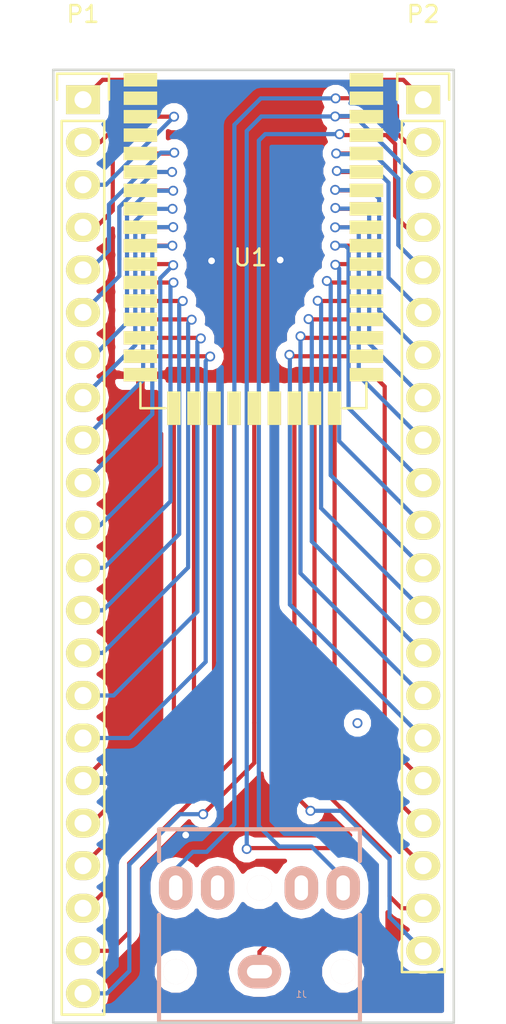
<source format=kicad_pcb>
(kicad_pcb (version 20160815) (host pcbnew 4.1.0-alpha+201608211231+7083~46~ubuntu16.04.1-product)

  (general
    (links 46)
    (no_connects 0)
    (area 132.766999 66.726999 156.843801 123.747601)
    (thickness 1.6)
    (drawings 4)
    (tracks 307)
    (zones 0)
    (modules 4)
    (nets 44)
  )

  (page A4)
  (layers
    (0 F.Cu signal)
    (31 B.Cu signal)
    (32 B.Adhes user)
    (33 F.Adhes user)
    (34 B.Paste user)
    (35 F.Paste user)
    (36 B.SilkS user)
    (37 F.SilkS user)
    (38 B.Mask user)
    (39 F.Mask user)
    (40 Dwgs.User user)
    (41 Cmts.User user)
    (42 Eco1.User user)
    (43 Eco2.User user)
    (44 Edge.Cuts user)
    (45 Margin user)
    (46 B.CrtYd user)
    (47 F.CrtYd user)
    (48 B.Fab user)
    (49 F.Fab user)
  )

  (setup
    (last_trace_width 0.25)
    (trace_clearance 0.2)
    (zone_clearance 0.508)
    (zone_45_only yes)
    (trace_min 0.2)
    (segment_width 0.2)
    (edge_width 0.15)
    (via_size 0.6)
    (via_drill 0.4)
    (via_min_size 0.4)
    (via_min_drill 0.3)
    (uvia_size 0.3)
    (uvia_drill 0.1)
    (uvias_allowed no)
    (uvia_min_size 0.2)
    (uvia_min_drill 0.1)
    (pcb_text_width 0.3)
    (pcb_text_size 1.5 1.5)
    (mod_edge_width 0.15)
    (mod_text_size 1 1)
    (mod_text_width 0.15)
    (pad_size 1.524 1.524)
    (pad_drill 0.762)
    (pad_to_mask_clearance 0.2)
    (aux_axis_origin 0 0)
    (visible_elements FFFFFF7F)
    (pcbplotparams
      (layerselection 0x00030_ffffffff)
      (usegerberextensions false)
      (excludeedgelayer true)
      (linewidth 1.000000)
      (plotframeref false)
      (viasonmask false)
      (mode 1)
      (useauxorigin false)
      (hpglpennumber 1)
      (hpglpenspeed 20)
      (hpglpendiameter 15)
      (psnegative false)
      (psa4output false)
      (plotreference true)
      (plotvalue true)
      (plotinvisibletext false)
      (padsonsilk false)
      (subtractmaskfromsilk false)
      (outputformat 1)
      (mirror false)
      (drillshape 1)
      (scaleselection 1)
      (outputdirectory ""))
  )

  (net 0 "")
  (net 1 "Net-(J1-Pad1)")
  (net 2 "Net-(J1-Pad2)")
  (net 3 "Net-(J1-Pad5)")
  (net 4 "Net-(P1-Pad1)")
  (net 5 "Net-(P1-Pad2)")
  (net 6 "Net-(P1-Pad3)")
  (net 7 "Net-(P1-Pad4)")
  (net 8 "Net-(P1-Pad5)")
  (net 9 "Net-(P1-Pad6)")
  (net 10 "Net-(P1-Pad7)")
  (net 11 "Net-(P1-Pad8)")
  (net 12 "Net-(P1-Pad9)")
  (net 13 "Net-(P1-Pad10)")
  (net 14 "Net-(P1-Pad11)")
  (net 15 "Net-(P1-Pad12)")
  (net 16 "Net-(P1-Pad13)")
  (net 17 "Net-(P1-Pad14)")
  (net 18 "Net-(P1-Pad15)")
  (net 19 "Net-(P1-Pad16)")
  (net 20 "Net-(P1-Pad18)")
  (net 21 "Net-(P1-Pad19)")
  (net 22 "Net-(P1-Pad20)")
  (net 23 "Net-(P1-Pad21)")
  (net 24 "Net-(P1-Pad22)")
  (net 25 "Net-(P2-Pad5)")
  (net 26 "Net-(P2-Pad6)")
  (net 27 "Net-(P2-Pad7)")
  (net 28 "Net-(P2-Pad8)")
  (net 29 "Net-(P2-Pad9)")
  (net 30 "Net-(P2-Pad10)")
  (net 31 "Net-(P2-Pad11)")
  (net 32 "Net-(P2-Pad12)")
  (net 33 "Net-(P2-Pad13)")
  (net 34 "Net-(P2-Pad14)")
  (net 35 "Net-(P2-Pad15)")
  (net 36 "Net-(P2-Pad16)")
  (net 37 "Net-(P2-Pad17)")
  (net 38 "Net-(P2-Pad18)")
  (net 39 "Net-(P2-Pad19)")
  (net 40 "Net-(P2-Pad20)")
  (net 41 "Net-(P2-Pad21)")
  (net 42 /GND)
  (net 43 "Net-(P2-Pad1)")

  (net_class Default "This is the default net class."
    (clearance 0.2)
    (trace_width 0.25)
    (via_dia 0.6)
    (via_drill 0.4)
    (uvia_dia 0.3)
    (uvia_drill 0.1)
    (diff_pair_gap 0.25)
    (diff_pair_width 0.2)
    (add_net /GND)
    (add_net "Net-(J1-Pad1)")
    (add_net "Net-(J1-Pad2)")
    (add_net "Net-(J1-Pad5)")
    (add_net "Net-(P1-Pad1)")
    (add_net "Net-(P1-Pad10)")
    (add_net "Net-(P1-Pad11)")
    (add_net "Net-(P1-Pad12)")
    (add_net "Net-(P1-Pad13)")
    (add_net "Net-(P1-Pad14)")
    (add_net "Net-(P1-Pad15)")
    (add_net "Net-(P1-Pad16)")
    (add_net "Net-(P1-Pad18)")
    (add_net "Net-(P1-Pad19)")
    (add_net "Net-(P1-Pad2)")
    (add_net "Net-(P1-Pad20)")
    (add_net "Net-(P1-Pad21)")
    (add_net "Net-(P1-Pad22)")
    (add_net "Net-(P1-Pad3)")
    (add_net "Net-(P1-Pad4)")
    (add_net "Net-(P1-Pad5)")
    (add_net "Net-(P1-Pad6)")
    (add_net "Net-(P1-Pad7)")
    (add_net "Net-(P1-Pad8)")
    (add_net "Net-(P1-Pad9)")
    (add_net "Net-(P2-Pad1)")
    (add_net "Net-(P2-Pad10)")
    (add_net "Net-(P2-Pad11)")
    (add_net "Net-(P2-Pad12)")
    (add_net "Net-(P2-Pad13)")
    (add_net "Net-(P2-Pad14)")
    (add_net "Net-(P2-Pad15)")
    (add_net "Net-(P2-Pad16)")
    (add_net "Net-(P2-Pad17)")
    (add_net "Net-(P2-Pad18)")
    (add_net "Net-(P2-Pad19)")
    (add_net "Net-(P2-Pad20)")
    (add_net "Net-(P2-Pad21)")
    (add_net "Net-(P2-Pad5)")
    (add_net "Net-(P2-Pad6)")
    (add_net "Net-(P2-Pad7)")
    (add_net "Net-(P2-Pad8)")
    (add_net "Net-(P2-Pad9)")
  )

  (module my_modules:F-3188_CSR8645_no_silk_under_antena (layer F.Cu) (tedit 56DEA7E1) (tstamp 56E97A0A)
    (at 138.049 86.995)
    (path /56E97AB3)
    (fp_text reference U1 (at 6.57 -8.99) (layer F.SilkS)
      (effects (font (size 1 1) (thickness 0.15)))
    )
    (fp_text value F-3188_CSR8645 (at 6.68 -10.9) (layer F.Fab)
      (effects (font (size 1 1) (thickness 0.15)))
    )
    (fp_line (start 13.5 -1.5) (end 13.5 0) (layer F.SilkS) (width 0.15))
    (fp_line (start 13.5 0) (end 12.1 0) (layer F.SilkS) (width 0.15))
    (fp_line (start 0 -1.5) (end 0 0) (layer F.SilkS) (width 0.15))
    (fp_line (start 0 0) (end 1.5 0) (layer F.SilkS) (width 0.15))
    (pad 1 smd rect (at 0 -19.6) (size 2 0.8) (layers F.Cu F.Paste F.SilkS F.Mask)
      (net 4 "Net-(P1-Pad1)"))
    (pad 2 smd rect (at 0 -18.5) (size 2 0.8) (layers F.Cu F.Paste F.SilkS F.Mask)
      (net 5 "Net-(P1-Pad2)"))
    (pad 3 smd rect (at 0 -17.4) (size 2 0.8) (layers F.Cu F.Paste F.SilkS F.Mask)
      (net 6 "Net-(P1-Pad3)"))
    (pad 4 smd rect (at 0 -16.3) (size 2 0.8) (layers F.Cu F.Paste F.SilkS F.Mask)
      (net 7 "Net-(P1-Pad4)"))
    (pad 5 smd rect (at 0 -15.2) (size 2 0.8) (layers F.Cu F.Paste F.SilkS F.Mask)
      (net 8 "Net-(P1-Pad5)"))
    (pad 6 smd rect (at 0 -14.1) (size 2 0.8) (layers F.Cu F.Paste F.SilkS F.Mask)
      (net 9 "Net-(P1-Pad6)"))
    (pad 7 smd rect (at 0 -13) (size 2 0.8) (layers F.Cu F.Paste F.SilkS F.Mask)
      (net 10 "Net-(P1-Pad7)"))
    (pad 8 smd rect (at 0 -11.9) (size 2 0.8) (layers F.Cu F.Paste F.SilkS F.Mask)
      (net 11 "Net-(P1-Pad8)"))
    (pad 9 smd rect (at 0 -10.8) (size 2 0.8) (layers F.Cu F.Paste F.SilkS F.Mask)
      (net 12 "Net-(P1-Pad9)"))
    (pad 10 smd rect (at 0 -9.7) (size 2 0.8) (layers F.Cu F.Paste F.SilkS F.Mask)
      (net 13 "Net-(P1-Pad10)"))
    (pad 11 smd rect (at 0 -8.6) (size 2 0.8) (layers F.Cu F.Paste F.SilkS F.Mask)
      (net 14 "Net-(P1-Pad11)"))
    (pad 12 smd rect (at 0 -7.5) (size 2 0.8) (layers F.Cu F.Paste F.SilkS F.Mask)
      (net 15 "Net-(P1-Pad12)"))
    (pad 13 smd rect (at 0 -6.4) (size 2 0.8) (layers F.Cu F.Paste F.SilkS F.Mask)
      (net 16 "Net-(P1-Pad13)"))
    (pad 14 smd rect (at 0 -5.3) (size 2 0.8) (layers F.Cu F.Paste F.SilkS F.Mask)
      (net 17 "Net-(P1-Pad14)"))
    (pad 15 smd rect (at 0 -4.2) (size 2 0.8) (layers F.Cu F.Paste F.SilkS F.Mask)
      (net 18 "Net-(P1-Pad15)"))
    (pad 16 smd rect (at 0 -3.1) (size 2 0.8) (layers F.Cu F.Paste F.SilkS F.Mask)
      (net 19 "Net-(P1-Pad16)"))
    (pad 17 smd rect (at 0 -2) (size 2 0.8) (layers F.Cu F.Paste F.SilkS F.Mask)
      (net 42 /GND))
    (pad 18 smd rect (at 2 0) (size 0.8 2) (layers F.Cu F.Paste F.SilkS F.Mask)
      (net 20 "Net-(P1-Pad18)"))
    (pad 19 smd rect (at 3.2 0) (size 0.8 2) (layers F.Cu F.Paste F.SilkS F.Mask)
      (net 21 "Net-(P1-Pad19)"))
    (pad 20 smd rect (at 4.4 0) (size 0.8 2) (layers F.Cu F.Paste F.SilkS F.Mask)
      (net 22 "Net-(P1-Pad20)"))
    (pad 21 smd rect (at 5.6 0) (size 0.8 2) (layers F.Cu F.Paste F.SilkS F.Mask)
      (net 23 "Net-(P1-Pad21)"))
    (pad 22 smd rect (at 6.8 0) (size 0.8 2) (layers F.Cu F.Paste F.SilkS F.Mask)
      (net 24 "Net-(P1-Pad22)"))
    (pad 23 smd rect (at 8 0) (size 0.8 2) (layers F.Cu F.Paste F.SilkS F.Mask)
      (net 41 "Net-(P2-Pad21)"))
    (pad 24 smd rect (at 9.2 0) (size 0.8 2) (layers F.Cu F.Paste F.SilkS F.Mask)
      (net 40 "Net-(P2-Pad20)"))
    (pad 25 smd rect (at 10.4 0) (size 0.8 2) (layers F.Cu F.Paste F.SilkS F.Mask)
      (net 39 "Net-(P2-Pad19)"))
    (pad 26 smd rect (at 11.6 0) (size 0.8 2) (layers F.Cu F.Paste F.SilkS F.Mask)
      (net 38 "Net-(P2-Pad18)"))
    (pad 43 smd rect (at 13.5 -19.6) (size 2 0.8) (layers F.Cu F.Paste F.SilkS F.Mask)
      (net 43 "Net-(P2-Pad1)"))
    (pad 42 smd rect (at 13.5 -18.5) (size 2 0.8) (layers F.Cu F.Paste F.SilkS F.Mask)
      (net 3 "Net-(J1-Pad5)"))
    (pad 41 smd rect (at 13.5 -17.4) (size 2 0.8) (layers F.Cu F.Paste F.SilkS F.Mask)
      (net 1 "Net-(J1-Pad1)"))
    (pad 40 smd rect (at 13.5 -16.3) (size 2 0.8) (layers F.Cu F.Paste F.SilkS F.Mask)
      (net 2 "Net-(J1-Pad2)"))
    (pad 39 smd rect (at 13.5 -15.2) (size 2 0.8) (layers F.Cu F.Paste F.SilkS F.Mask)
      (net 25 "Net-(P2-Pad5)"))
    (pad 38 smd rect (at 13.5 -14.1) (size 2 0.8) (layers F.Cu F.Paste F.SilkS F.Mask)
      (net 26 "Net-(P2-Pad6)"))
    (pad 37 smd rect (at 13.5 -13) (size 2 0.8) (layers F.Cu F.Paste F.SilkS F.Mask)
      (net 27 "Net-(P2-Pad7)"))
    (pad 36 smd rect (at 13.5 -11.9) (size 2 0.8) (layers F.Cu F.Paste F.SilkS F.Mask)
      (net 28 "Net-(P2-Pad8)"))
    (pad 35 smd rect (at 13.5 -10.8) (size 2 0.8) (layers F.Cu F.Paste F.SilkS F.Mask)
      (net 29 "Net-(P2-Pad9)"))
    (pad 34 smd rect (at 13.5 -9.7) (size 2 0.8) (layers F.Cu F.Paste F.SilkS F.Mask)
      (net 30 "Net-(P2-Pad10)"))
    (pad 33 smd rect (at 13.5 -8.6) (size 2 0.8) (layers F.Cu F.Paste F.SilkS F.Mask)
      (net 31 "Net-(P2-Pad11)"))
    (pad 32 smd rect (at 13.5 -7.5) (size 2 0.8) (layers F.Cu F.Paste F.SilkS F.Mask)
      (net 32 "Net-(P2-Pad12)"))
    (pad 31 smd rect (at 13.5 -6.4) (size 2 0.8) (layers F.Cu F.Paste F.SilkS F.Mask)
      (net 33 "Net-(P2-Pad13)"))
    (pad 30 smd rect (at 13.5 -5.3) (size 2 0.8) (layers F.Cu F.Paste F.SilkS F.Mask)
      (net 34 "Net-(P2-Pad14)"))
    (pad 29 smd rect (at 13.5 -4.2) (size 2 0.8) (layers F.Cu F.Paste F.SilkS F.Mask)
      (net 35 "Net-(P2-Pad15)"))
    (pad 28 smd rect (at 13.5 -3.1) (size 2 0.8) (layers F.Cu F.Paste F.SilkS F.Mask)
      (net 36 "Net-(P2-Pad16)"))
    (pad 27 smd rect (at 13.5 -2) (size 2 0.8) (layers F.Cu F.Paste F.SilkS F.Mask)
      (net 37 "Net-(P2-Pad17)"))
  )

  (module Pin_Headers:Pin_Header_Straight_1x22 (layer F.Cu) (tedit 0) (tstamp 56E979B3)
    (at 134.62 68.58)
    (descr "Through hole pin header")
    (tags "pin header")
    (path /56E97BD5)
    (fp_text reference P1 (at 0 -5.1) (layer F.SilkS)
      (effects (font (size 1 1) (thickness 0.15)))
    )
    (fp_text value CONN_01X22 (at 0 -3.1) (layer F.Fab)
      (effects (font (size 1 1) (thickness 0.15)))
    )
    (fp_line (start -1.75 -1.75) (end -1.75 55.1) (layer F.CrtYd) (width 0.05))
    (fp_line (start 1.75 -1.75) (end 1.75 55.1) (layer F.CrtYd) (width 0.05))
    (fp_line (start -1.75 -1.75) (end 1.75 -1.75) (layer F.CrtYd) (width 0.05))
    (fp_line (start -1.75 55.1) (end 1.75 55.1) (layer F.CrtYd) (width 0.05))
    (fp_line (start -1.27 1.27) (end -1.27 54.61) (layer F.SilkS) (width 0.15))
    (fp_line (start -1.27 54.61) (end 1.27 54.61) (layer F.SilkS) (width 0.15))
    (fp_line (start 1.27 54.61) (end 1.27 1.27) (layer F.SilkS) (width 0.15))
    (fp_line (start 1.55 -1.55) (end 1.55 0) (layer F.SilkS) (width 0.15))
    (fp_line (start 1.27 1.27) (end -1.27 1.27) (layer F.SilkS) (width 0.15))
    (fp_line (start -1.55 0) (end -1.55 -1.55) (layer F.SilkS) (width 0.15))
    (fp_line (start -1.55 -1.55) (end 1.55 -1.55) (layer F.SilkS) (width 0.15))
    (pad 1 thru_hole rect (at 0 0) (size 2.032 1.7272) (drill 1.016) (layers *.Cu *.Mask F.SilkS)
      (net 4 "Net-(P1-Pad1)"))
    (pad 2 thru_hole oval (at 0 2.54) (size 2.032 1.7272) (drill 1.016) (layers *.Cu *.Mask F.SilkS)
      (net 5 "Net-(P1-Pad2)"))
    (pad 3 thru_hole oval (at 0 5.08) (size 2.032 1.7272) (drill 1.016) (layers *.Cu *.Mask F.SilkS)
      (net 6 "Net-(P1-Pad3)"))
    (pad 4 thru_hole oval (at 0 7.62) (size 2.032 1.7272) (drill 1.016) (layers *.Cu *.Mask F.SilkS)
      (net 7 "Net-(P1-Pad4)"))
    (pad 5 thru_hole oval (at 0 10.16) (size 2.032 1.7272) (drill 1.016) (layers *.Cu *.Mask F.SilkS)
      (net 8 "Net-(P1-Pad5)"))
    (pad 6 thru_hole oval (at 0 12.7) (size 2.032 1.7272) (drill 1.016) (layers *.Cu *.Mask F.SilkS)
      (net 9 "Net-(P1-Pad6)"))
    (pad 7 thru_hole oval (at 0 15.24) (size 2.032 1.7272) (drill 1.016) (layers *.Cu *.Mask F.SilkS)
      (net 10 "Net-(P1-Pad7)"))
    (pad 8 thru_hole oval (at 0 17.78) (size 2.032 1.7272) (drill 1.016) (layers *.Cu *.Mask F.SilkS)
      (net 11 "Net-(P1-Pad8)"))
    (pad 9 thru_hole oval (at 0 20.32) (size 2.032 1.7272) (drill 1.016) (layers *.Cu *.Mask F.SilkS)
      (net 12 "Net-(P1-Pad9)"))
    (pad 10 thru_hole oval (at 0 22.86) (size 2.032 1.7272) (drill 1.016) (layers *.Cu *.Mask F.SilkS)
      (net 13 "Net-(P1-Pad10)"))
    (pad 11 thru_hole oval (at 0 25.4) (size 2.032 1.7272) (drill 1.016) (layers *.Cu *.Mask F.SilkS)
      (net 14 "Net-(P1-Pad11)"))
    (pad 12 thru_hole oval (at 0 27.94) (size 2.032 1.7272) (drill 1.016) (layers *.Cu *.Mask F.SilkS)
      (net 15 "Net-(P1-Pad12)"))
    (pad 13 thru_hole oval (at 0 30.48) (size 2.032 1.7272) (drill 1.016) (layers *.Cu *.Mask F.SilkS)
      (net 16 "Net-(P1-Pad13)"))
    (pad 14 thru_hole oval (at 0 33.02) (size 2.032 1.7272) (drill 1.016) (layers *.Cu *.Mask F.SilkS)
      (net 17 "Net-(P1-Pad14)"))
    (pad 15 thru_hole oval (at 0 35.56) (size 2.032 1.7272) (drill 1.016) (layers *.Cu *.Mask F.SilkS)
      (net 18 "Net-(P1-Pad15)"))
    (pad 16 thru_hole oval (at 0 38.1) (size 2.032 1.7272) (drill 1.016) (layers *.Cu *.Mask F.SilkS)
      (net 19 "Net-(P1-Pad16)"))
    (pad 17 thru_hole oval (at 0 40.64) (size 2.032 1.7272) (drill 1.016) (layers *.Cu *.Mask F.SilkS)
      (net 42 /GND))
    (pad 18 thru_hole oval (at 0 43.18) (size 2.032 1.7272) (drill 1.016) (layers *.Cu *.Mask F.SilkS)
      (net 20 "Net-(P1-Pad18)"))
    (pad 19 thru_hole oval (at 0 45.72) (size 2.032 1.7272) (drill 1.016) (layers *.Cu *.Mask F.SilkS)
      (net 21 "Net-(P1-Pad19)"))
    (pad 20 thru_hole oval (at 0 48.26) (size 2.032 1.7272) (drill 1.016) (layers *.Cu *.Mask F.SilkS)
      (net 22 "Net-(P1-Pad20)"))
    (pad 21 thru_hole oval (at 0 50.8) (size 2.032 1.7272) (drill 1.016) (layers *.Cu *.Mask F.SilkS)
      (net 23 "Net-(P1-Pad21)"))
    (pad 22 thru_hole oval (at 0 53.34) (size 2.032 1.7272) (drill 1.016) (layers *.Cu *.Mask F.SilkS)
      (net 24 "Net-(P1-Pad22)"))
    (model Pin_Headers.3dshapes/Pin_Header_Straight_1x22.wrl
      (at (xyz 0 -1.05 0))
      (scale (xyz 1 1 1))
      (rotate (xyz 0 0 90))
    )
  )

  (module Pin_Headers:Pin_Header_Straight_1x21 (layer F.Cu) (tedit 0) (tstamp 56E979D7)
    (at 154.94 68.58)
    (descr "Through hole pin header")
    (tags "pin header")
    (path /56E97AFF)
    (fp_text reference P2 (at 0 -5.1) (layer F.SilkS)
      (effects (font (size 1 1) (thickness 0.15)))
    )
    (fp_text value CONN_01X21 (at 0 -3.1) (layer F.Fab)
      (effects (font (size 1 1) (thickness 0.15)))
    )
    (fp_line (start -1.75 -1.75) (end -1.75 52.55) (layer F.CrtYd) (width 0.05))
    (fp_line (start 1.75 -1.75) (end 1.75 52.55) (layer F.CrtYd) (width 0.05))
    (fp_line (start -1.75 -1.75) (end 1.75 -1.75) (layer F.CrtYd) (width 0.05))
    (fp_line (start -1.75 52.55) (end 1.75 52.55) (layer F.CrtYd) (width 0.05))
    (fp_line (start 1.27 1.27) (end 1.27 52.07) (layer F.SilkS) (width 0.15))
    (fp_line (start 1.27 52.07) (end -1.27 52.07) (layer F.SilkS) (width 0.15))
    (fp_line (start -1.27 52.07) (end -1.27 1.27) (layer F.SilkS) (width 0.15))
    (fp_line (start 1.55 -1.55) (end 1.55 0) (layer F.SilkS) (width 0.15))
    (fp_line (start 1.27 1.27) (end -1.27 1.27) (layer F.SilkS) (width 0.15))
    (fp_line (start -1.55 0) (end -1.55 -1.55) (layer F.SilkS) (width 0.15))
    (fp_line (start -1.55 -1.55) (end 1.55 -1.55) (layer F.SilkS) (width 0.15))
    (pad 1 thru_hole rect (at 0 0) (size 2.032 1.7272) (drill 1.016) (layers *.Cu *.Mask F.SilkS)
      (net 43 "Net-(P2-Pad1)"))
    (pad 2 thru_hole oval (at 0 2.54) (size 2.032 1.7272) (drill 1.016) (layers *.Cu *.Mask F.SilkS)
      (net 3 "Net-(J1-Pad5)"))
    (pad 3 thru_hole oval (at 0 5.08) (size 2.032 1.7272) (drill 1.016) (layers *.Cu *.Mask F.SilkS)
      (net 1 "Net-(J1-Pad1)"))
    (pad 4 thru_hole oval (at 0 7.62) (size 2.032 1.7272) (drill 1.016) (layers *.Cu *.Mask F.SilkS)
      (net 2 "Net-(J1-Pad2)"))
    (pad 5 thru_hole oval (at 0 10.16) (size 2.032 1.7272) (drill 1.016) (layers *.Cu *.Mask F.SilkS)
      (net 25 "Net-(P2-Pad5)"))
    (pad 6 thru_hole oval (at 0 12.7) (size 2.032 1.7272) (drill 1.016) (layers *.Cu *.Mask F.SilkS)
      (net 26 "Net-(P2-Pad6)"))
    (pad 7 thru_hole oval (at 0 15.24) (size 2.032 1.7272) (drill 1.016) (layers *.Cu *.Mask F.SilkS)
      (net 27 "Net-(P2-Pad7)"))
    (pad 8 thru_hole oval (at 0 17.78) (size 2.032 1.7272) (drill 1.016) (layers *.Cu *.Mask F.SilkS)
      (net 28 "Net-(P2-Pad8)"))
    (pad 9 thru_hole oval (at 0 20.32) (size 2.032 1.7272) (drill 1.016) (layers *.Cu *.Mask F.SilkS)
      (net 29 "Net-(P2-Pad9)"))
    (pad 10 thru_hole oval (at 0 22.86) (size 2.032 1.7272) (drill 1.016) (layers *.Cu *.Mask F.SilkS)
      (net 30 "Net-(P2-Pad10)"))
    (pad 11 thru_hole oval (at 0 25.4) (size 2.032 1.7272) (drill 1.016) (layers *.Cu *.Mask F.SilkS)
      (net 31 "Net-(P2-Pad11)"))
    (pad 12 thru_hole oval (at 0 27.94) (size 2.032 1.7272) (drill 1.016) (layers *.Cu *.Mask F.SilkS)
      (net 32 "Net-(P2-Pad12)"))
    (pad 13 thru_hole oval (at 0 30.48) (size 2.032 1.7272) (drill 1.016) (layers *.Cu *.Mask F.SilkS)
      (net 33 "Net-(P2-Pad13)"))
    (pad 14 thru_hole oval (at 0 33.02) (size 2.032 1.7272) (drill 1.016) (layers *.Cu *.Mask F.SilkS)
      (net 34 "Net-(P2-Pad14)"))
    (pad 15 thru_hole oval (at 0 35.56) (size 2.032 1.7272) (drill 1.016) (layers *.Cu *.Mask F.SilkS)
      (net 35 "Net-(P2-Pad15)"))
    (pad 16 thru_hole oval (at 0 38.1) (size 2.032 1.7272) (drill 1.016) (layers *.Cu *.Mask F.SilkS)
      (net 36 "Net-(P2-Pad16)"))
    (pad 17 thru_hole oval (at 0 40.64) (size 2.032 1.7272) (drill 1.016) (layers *.Cu *.Mask F.SilkS)
      (net 37 "Net-(P2-Pad17)"))
    (pad 18 thru_hole oval (at 0 43.18) (size 2.032 1.7272) (drill 1.016) (layers *.Cu *.Mask F.SilkS)
      (net 38 "Net-(P2-Pad18)"))
    (pad 19 thru_hole oval (at 0 45.72) (size 2.032 1.7272) (drill 1.016) (layers *.Cu *.Mask F.SilkS)
      (net 39 "Net-(P2-Pad19)"))
    (pad 20 thru_hole oval (at 0 48.26) (size 2.032 1.7272) (drill 1.016) (layers *.Cu *.Mask F.SilkS)
      (net 40 "Net-(P2-Pad20)"))
    (pad 21 thru_hole oval (at 0 50.8) (size 2.032 1.7272) (drill 1.016) (layers *.Cu *.Mask F.SilkS)
      (net 41 "Net-(P2-Pad21)"))
    (model Pin_Headers.3dshapes/Pin_Header_Straight_1x21.wrl
      (at (xyz 0 -1 0))
      (scale (xyz 1 1 1))
      (rotate (xyz 0 0 90))
    )
  )

  (module jacks:3.5mm_stereo_jack_PJ306M_no_screw_terminal (layer B.Cu) (tedit 5812106C) (tstamp 56E9798E)
    (at 145.161 120.6246)
    (path /56E988D9)
    (fp_text reference J1 (at 2.5 1.35) (layer B.SilkS)
      (effects (font (size 0.39878 0.39878) (thickness 0.0508)) (justify mirror))
    )
    (fp_text value SCJ368R1NUS0B00G (at 0 -2.35) (layer B.SilkS) hide
      (effects (font (thickness 0.3048)) (justify mirror))
    )
    (fp_line (start -6 -3.4) (end -6 3) (layer B.SilkS) (width 0.25))
    (fp_line (start 6 -3.4) (end 6 3) (layer B.SilkS) (width 0.25))
    (fp_line (start 6 -8.5) (end 6 -6.6) (layer B.SilkS) (width 0.25))
    (fp_line (start -6 -8.5) (end -6 -6.6) (layer B.SilkS) (width 0.25))
    (fp_line (start 6 -8.5) (end -6 -8.5) (layer B.SilkS) (width 0.25))
    (fp_line (start -6 3) (end 6 3) (layer B.SilkS) (width 0.25))
    (pad 1 thru_hole oval (at 0 0) (size 2.6 2) (drill oval 1.5 0.8) (layers *.Cu *.Mask B.SilkS)
      (net 1 "Net-(J1-Pad1)"))
    (pad 2 thru_hole oval (at 5 -5) (size 2 2.6) (drill oval 0.8 1.5) (layers *.Cu *.Mask B.SilkS)
      (net 2 "Net-(J1-Pad2)"))
    (pad 3 thru_hole oval (at 2.5 -5) (size 2 2.6) (drill oval 0.8 1.5) (layers *.Cu *.Mask B.SilkS))
    (pad 5 thru_hole oval (at -5 -5) (size 2 2.6) (drill oval 0.8 1.5) (layers *.Cu *.Mask B.SilkS)
      (net 3 "Net-(J1-Pad5)"))
    (pad 4 thru_hole oval (at -2.5 -5) (size 2 2.6) (drill oval 0.8 1.5) (layers *.Cu *.Mask B.SilkS))
    (pad "" np_thru_hole circle (at 0 -5) (size 1.5 1.5) (drill 1.5) (layers *.Cu *.Mask B.SilkS))
    (pad "" np_thru_hole circle (at 5 0) (size 1.5 1.5) (drill 1.5) (layers *.Cu *.Mask B.SilkS))
    (pad "" np_thru_hole circle (at -5 0) (size 1.5 1.5) (drill 1.5) (layers *.Cu *.Mask B.SilkS))
  )

  (gr_line (start 132.842 66.802) (end 156.7688 66.802) (angle 90) (layer Edge.Cuts) (width 0.15))
  (gr_line (start 156.7688 123.6726) (end 132.842 123.6726) (angle 90) (layer Edge.Cuts) (width 0.15))
  (gr_line (start 156.7688 123.6726) (end 156.7688 66.802) (angle 90) (layer Edge.Cuts) (width 0.15))
  (gr_line (start 132.842 66.802) (end 132.842 123.6726) (angle 90) (layer Edge.Cuts) (width 0.15))

  (via (at 151.0157 105.791) (size 0.6) (drill 0.4) (layers F.Cu B.Cu) (net 0))
  (segment (start 149.6822 69.5833) (end 145.2667 69.5833) (width 0.25) (layer B.Cu) (net 1))
  (segment (start 145.161 119.439) (end 145.161 120.6246) (width 0.25) (layer F.Cu) (net 1) (tstamp 58777A3B))
  (segment (start 146.05 118.55) (end 145.161 119.439) (width 0.25) (layer F.Cu) (net 1) (tstamp 58777A3A))
  (segment (start 151.95 118.55) (end 146.05 118.55) (width 0.25) (layer F.Cu) (net 1) (tstamp 58777A39))
  (segment (start 152.05 118.45) (end 151.95 118.55) (width 0.25) (layer F.Cu) (net 1) (tstamp 58777A38))
  (segment (start 152.05 114.3) (end 152.05 118.45) (width 0.25) (layer F.Cu) (net 1) (tstamp 58777A36))
  (segment (start 151 113.25) (end 152.05 114.3) (width 0.25) (layer F.Cu) (net 1) (tstamp 58777A34))
  (segment (start 144.45 113.25) (end 151 113.25) (width 0.25) (layer F.Cu) (net 1) (tstamp 58777A33))
  (segment (start 144.4 113.3) (end 144.45 113.25) (width 0.25) (layer F.Cu) (net 1) (tstamp 58777A32))
  (via (at 144.4 113.3) (size 0.6) (drill 0.4) (layers F.Cu B.Cu) (net 1))
  (segment (start 144.4 70.45) (end 144.4 113.3) (width 0.25) (layer B.Cu) (net 1) (tstamp 58777A24))
  (segment (start 145.2667 69.5833) (end 144.4 70.45) (width 0.25) (layer B.Cu) (net 1) (tstamp 58777A22))
  (segment (start 151.549 69.595) (end 149.6939 69.595) (width 0.25) (layer F.Cu) (net 1))
  (segment (start 150.8379 69.5579) (end 154.94 73.66) (width 0.25) (layer B.Cu) (net 1) (tstamp 5812D8C9))
  (segment (start 149.7076 69.5579) (end 150.8379 69.5579) (width 0.25) (layer B.Cu) (net 1) (tstamp 5812D8C8))
  (segment (start 149.6822 69.5833) (end 149.7076 69.5579) (width 0.25) (layer B.Cu) (net 1) (tstamp 5812D8C7))
  (via (at 149.6822 69.5833) (size 0.6) (drill 0.4) (layers F.Cu B.Cu) (net 1))
  (segment (start 149.6939 69.595) (end 149.6822 69.5833) (width 0.25) (layer F.Cu) (net 1) (tstamp 5812D8C5))
  (segment (start 150.161 115.6246) (end 150.161 115.0455) (width 0.25) (layer B.Cu) (net 2))
  (segment (start 150.161 115.0455) (end 148.2725 113.157) (width 0.25) (layer B.Cu) (net 2) (tstamp 5812D99F))
  (segment (start 145.1229 111.9378) (end 145.1229 71.0184) (width 0.25) (layer B.Cu) (net 2) (tstamp 5812D9A4))
  (segment (start 146.3421 113.157) (end 145.1229 111.9378) (width 0.25) (layer B.Cu) (net 2) (tstamp 5812D9A2))
  (segment (start 148.2725 113.157) (end 146.3421 113.157) (width 0.25) (layer B.Cu) (net 2) (tstamp 5812D9A0))
  (segment (start 150.161 115.6246) (end 150.161 115.154298) (width 0.25) (layer B.Cu) (net 2))
  (segment (start 145.5039 70.6374) (end 149.9489 70.6374) (width 0.25) (layer B.Cu) (net 2) (tstamp 5812D9A7))
  (segment (start 145.1229 71.0184) (end 145.5039 70.6374) (width 0.25) (layer B.Cu) (net 2) (tstamp 5812D9A6))
  (via (at 149.9489 70.6374) (size 0.6) (drill 0.4) (layers F.Cu B.Cu) (net 2))
  (segment (start 149.9489 70.6374) (end 150.0065 70.695) (width 0.25) (layer F.Cu) (net 2) (tstamp 5812D8A4))
  (segment (start 150.0065 70.695) (end 151.549 70.695) (width 0.25) (layer F.Cu) (net 2) (tstamp 5812D8A5))
  (segment (start 154.94 76.2) (end 153.9494 76.2) (width 0.25) (layer F.Cu) (net 2))
  (segment (start 153.9494 76.2) (end 153.2636 75.5142) (width 0.25) (layer F.Cu) (net 2) (tstamp 5812789E))
  (segment (start 153.2636 75.5142) (end 153.2636 71.2216) (width 0.25) (layer F.Cu) (net 2) (tstamp 5812789F))
  (segment (start 153.2636 71.2216) (end 152.737 70.695) (width 0.25) (layer F.Cu) (net 2) (tstamp 581278A0))
  (segment (start 152.737 70.695) (end 151.549 70.695) (width 0.25) (layer F.Cu) (net 2) (tstamp 581278A1))
  (via (at 149.7076 68.5038) (size 0.6) (drill 0.4) (layers F.Cu B.Cu) (net 3))
  (segment (start 149.7076 68.5038) (end 149.7164 68.495) (width 0.25) (layer F.Cu) (net 3) (tstamp 5812D882))
  (segment (start 149.7164 68.495) (end 151.549 68.495) (width 0.25) (layer F.Cu) (net 3) (tstamp 5812D883))
  (segment (start 151.549 68.495) (end 152.9246 68.495) (width 0.25) (layer F.Cu) (net 3))
  (segment (start 152.9246 68.495) (end 153.3779 68.9483) (width 0.25) (layer F.Cu) (net 3) (tstamp 58127897))
  (segment (start 153.9113 71.12) (end 154.94 71.12) (width 0.25) (layer F.Cu) (net 3) (tstamp 5812789A))
  (segment (start 153.3779 70.5866) (end 153.9113 71.12) (width 0.25) (layer F.Cu) (net 3) (tstamp 58127899))
  (segment (start 153.3779 68.9483) (end 153.3779 70.5866) (width 0.25) (layer F.Cu) (net 3) (tstamp 58127898))
  (segment (start 145.2372 68.5038) (end 149.7076 68.5038) (width 0.25) (layer B.Cu) (net 3) (tstamp 5812D97C))
  (segment (start 143.6624 70.0786) (end 145.2372 68.5038) (width 0.25) (layer B.Cu) (net 3) (tstamp 5812D97A))
  (segment (start 143.6624 111.8235) (end 143.6624 70.0786) (width 0.25) (layer B.Cu) (net 3) (tstamp 5812D978))
  (segment (start 142.0114 113.4745) (end 143.6624 111.8235) (width 0.25) (layer B.Cu) (net 3) (tstamp 5812D977))
  (segment (start 141.1859 113.4745) (end 142.0114 113.4745) (width 0.25) (layer B.Cu) (net 3))
  (segment (start 140.161 115.6246) (end 140.161 114.4994) (width 0.25) (layer B.Cu) (net 3))
  (segment (start 140.161 114.4994) (end 141.1859 113.4745) (width 0.25) (layer B.Cu) (net 3) (tstamp 5812D876))
  (segment (start 135.7923 67.395) (end 138.049 67.395) (width 0.25) (layer F.Cu) (net 4) (tstamp 5812D71E))
  (segment (start 134.62 68.58) (end 134.62 68.5673) (width 0.25) (layer F.Cu) (net 4))
  (segment (start 134.62 68.5673) (end 135.7923 67.395) (width 0.25) (layer F.Cu) (net 4) (tstamp 5812D71D))
  (segment (start 135.6487 71.12) (end 134.62 71.12) (width 0.25) (layer F.Cu) (net 5) (tstamp 5812D725))
  (segment (start 136.4234 70.3453) (end 135.6487 71.12) (width 0.25) (layer F.Cu) (net 5) (tstamp 5812D724))
  (segment (start 138.049 68.495) (end 136.6989 68.495) (width 0.25) (layer F.Cu) (net 5))
  (segment (start 136.4234 68.7705) (end 136.4234 70.3453) (width 0.25) (layer F.Cu) (net 5) (tstamp 5812D723))
  (segment (start 136.6989 68.495) (end 136.4234 68.7705) (width 0.25) (layer F.Cu) (net 5) (tstamp 5812D722))
  (segment (start 138.049 69.595) (end 140.0546 69.595) (width 0.25) (layer F.Cu) (net 6))
  (segment (start 135.9916 73.66) (end 134.62 73.66) (width 0.25) (layer B.Cu) (net 6) (tstamp 5812D731))
  (segment (start 140.0556 69.596) (end 135.9916 73.66) (width 0.25) (layer B.Cu) (net 6) (tstamp 5812D730))
  (via (at 140.0556 69.596) (size 0.6) (drill 0.4) (layers F.Cu B.Cu) (net 6))
  (segment (start 140.0546 69.595) (end 140.0556 69.596) (width 0.25) (layer F.Cu) (net 6) (tstamp 5812D72E))
  (segment (start 138.049 70.695) (end 137.077 70.695) (width 0.25) (layer F.Cu) (net 7))
  (segment (start 137.077 70.695) (end 136.398 71.374) (width 0.25) (layer F.Cu) (net 7) (tstamp 5812D728))
  (segment (start 136.398 71.374) (end 136.398 75.1967) (width 0.25) (layer F.Cu) (net 7) (tstamp 5812D729))
  (segment (start 136.398 75.1967) (end 135.3947 76.2) (width 0.25) (layer F.Cu) (net 7) (tstamp 5812D72A))
  (segment (start 135.3947 76.2) (end 134.62 76.2) (width 0.25) (layer F.Cu) (net 7) (tstamp 5812D72B))
  (segment (start 134.62 78.74) (end 135.0137 78.74) (width 0.25) (layer B.Cu) (net 8))
  (segment (start 135.0137 78.74) (end 136.1694 77.5843) (width 0.25) (layer B.Cu) (net 8) (tstamp 5812D7F6))
  (segment (start 139.2682 71.7423) (end 140.0683 71.7423) (width 0.25) (layer B.Cu) (net 8) (tstamp 5812D7FB))
  (segment (start 136.1694 74.8411) (end 139.2682 71.7423) (width 0.25) (layer B.Cu) (net 8) (tstamp 5812D7F9))
  (segment (start 136.1694 77.5843) (end 136.1694 74.8411) (width 0.25) (layer B.Cu) (net 8) (tstamp 5812D7F7))
  (segment (start 138.049 71.795) (end 140.0156 71.795) (width 0.25) (layer F.Cu) (net 8))
  (via (at 140.0683 71.7423) (size 0.6) (drill 0.4) (layers F.Cu B.Cu) (net 8))
  (segment (start 140.0156 71.795) (end 140.0683 71.7423) (width 0.25) (layer F.Cu) (net 8) (tstamp 5812D735))
  (segment (start 136.7917 74.986302) (end 136.7917 79.1083) (width 0.25) (layer B.Cu) (net 9))
  (segment (start 136.7917 79.1083) (end 134.62 81.28) (width 0.25) (layer B.Cu) (net 9) (tstamp 5812D849))
  (segment (start 139.9383 72.895) (end 138.883002 72.895) (width 0.25) (layer B.Cu) (net 9))
  (via (at 139.9383 72.895) (size 0.6) (drill 0.4) (layers F.Cu B.Cu) (net 9))
  (segment (start 138.049 72.895) (end 139.9383 72.895) (width 0.25) (layer F.Cu) (net 9))
  (segment (start 138.883002 72.895) (end 136.7917 74.986302) (width 0.25) (layer B.Cu) (net 9) (tstamp 5812D801))
  (segment (start 136.7917 74.986302) (end 136.7917 78.1177) (width 0.25) (layer B.Cu) (net 9) (tstamp 5812D803))
  (segment (start 136.7917 78.1177) (end 136.7917 78.1177) (width 0.25) (layer B.Cu) (net 9) (tstamp 5812D847))
  (segment (start 140.0048 74.0156) (end 138.557 74.0156) (width 0.25) (layer B.Cu) (net 10))
  (segment (start 137.2489 75.3237) (end 137.2489 81.8896) (width 0.25) (layer B.Cu) (net 10) (tstamp 5812D80B))
  (segment (start 138.557 74.0156) (end 137.2489 75.3237) (width 0.25) (layer B.Cu) (net 10) (tstamp 5812D809))
  (segment (start 138.049 73.995) (end 139.9842 73.995) (width 0.25) (layer F.Cu) (net 10))
  (segment (start 137.2489 81.8896) (end 135.3185 83.82) (width 0.25) (layer B.Cu) (net 10) (tstamp 5812D754))
  (via (at 140.0048 74.0156) (size 0.6) (drill 0.4) (layers F.Cu B.Cu) (net 10))
  (segment (start 139.9842 73.995) (end 140.0048 74.0156) (width 0.25) (layer F.Cu) (net 10) (tstamp 5812D74C))
  (segment (start 135.3185 83.82) (end 134.62 83.82) (width 0.25) (layer B.Cu) (net 10) (tstamp 5812D756))
  (segment (start 139.9667 75.0951) (end 138.4808 75.0951) (width 0.25) (layer B.Cu) (net 11))
  (segment (start 137.7442 75.8317) (end 137.7442 83.2358) (width 0.25) (layer B.Cu) (net 11) (tstamp 5812D810))
  (segment (start 138.4808 75.0951) (end 137.7442 75.8317) (width 0.25) (layer B.Cu) (net 11) (tstamp 5812D80F))
  (segment (start 138.049 75.095) (end 139.9666 75.095) (width 0.25) (layer F.Cu) (net 11))
  (via (at 139.9667 75.0951) (size 0.6) (drill 0.4) (layers F.Cu B.Cu) (net 11))
  (segment (start 139.9666 75.095) (end 139.9667 75.0951) (width 0.25) (layer F.Cu) (net 11) (tstamp 5812D7C0))
  (segment (start 137.7442 83.2358) (end 134.62 86.36) (width 0.25) (layer B.Cu) (net 11) (tstamp 5812D813))
  (segment (start 140.0048 76.1873) (end 138.638702 76.1873) (width 0.25) (layer B.Cu) (net 12))
  (segment (start 138.2141 76.611902) (end 138.2141 85.3059) (width 0.25) (layer B.Cu) (net 12) (tstamp 5812D816))
  (segment (start 138.638702 76.1873) (end 138.2141 76.611902) (width 0.25) (layer B.Cu) (net 12) (tstamp 5812D815))
  (segment (start 138.049 76.195) (end 139.9971 76.195) (width 0.25) (layer F.Cu) (net 12))
  (segment (start 138.2141 85.3059) (end 134.62 88.9) (width 0.25) (layer B.Cu) (net 12) (tstamp 5812D819))
  (via (at 140.0048 76.1873) (size 0.6) (drill 0.4) (layers F.Cu B.Cu) (net 12))
  (segment (start 139.9971 76.195) (end 140.0048 76.1873) (width 0.25) (layer F.Cu) (net 12) (tstamp 5812D76B))
  (segment (start 138.049 77.295) (end 139.9568 77.295) (width 0.25) (layer F.Cu) (net 13))
  (segment (start 139.9342 77.3176) (end 139.019702 77.3176) (width 0.25) (layer B.Cu) (net 13) (tstamp 5812D852))
  (segment (start 139.9568 77.295) (end 139.9342 77.3176) (width 0.25) (layer B.Cu) (net 13) (tstamp 5812D851))
  (via (at 139.9568 77.295) (size 0.6) (drill 0.4) (layers F.Cu B.Cu) (net 13))
  (segment (start 134.62 91.44) (end 134.671648 91.44) (width 0.25) (layer B.Cu) (net 13))
  (segment (start 134.671648 91.44) (end 138.7602 87.351448) (width 0.25) (layer B.Cu) (net 13) (tstamp 5812D83E))
  (segment (start 138.7602 87.351448) (end 138.7602 86.6013) (width 0.25) (layer B.Cu) (net 13) (tstamp 5812D83F))
  (segment (start 138.7602 77.577102) (end 138.7602 86.6013) (width 0.25) (layer B.Cu) (net 13) (tstamp 5812D81C))
  (segment (start 139.019702 77.3176) (end 138.7602 77.577102) (width 0.25) (layer B.Cu) (net 13) (tstamp 5812D81B))
  (segment (start 134.62 93.98) (end 135.6487 93.98) (width 0.25) (layer B.Cu) (net 14))
  (segment (start 135.6487 93.98) (end 139.23645 90.39225) (width 0.25) (layer B.Cu) (net 14) (tstamp 5812D83A))
  (segment (start 138.049 78.395) (end 139.9392 78.395) (width 0.25) (layer F.Cu) (net 14))
  (segment (start 139.23645 79.22895) (end 139.23645 90.39225) (width 0.25) (layer B.Cu) (net 14) (tstamp 5812D828))
  (segment (start 140.0048 78.4606) (end 139.23645 79.22895) (width 0.25) (layer B.Cu) (net 14) (tstamp 5812D827))
  (via (at 140.0048 78.4606) (size 0.6) (drill 0.4) (layers F.Cu B.Cu) (net 14))
  (segment (start 139.9392 78.395) (end 140.0048 78.4606) (width 0.25) (layer F.Cu) (net 14) (tstamp 5812D825))
  (segment (start 138.049 79.495) (end 140.0232 79.495) (width 0.25) (layer F.Cu) (net 15))
  (segment (start 139.84605 79.67215) (end 139.84605 92.55125) (width 0.25) (layer B.Cu) (net 15) (tstamp 5812D835))
  (segment (start 140.0232 79.495) (end 139.84605 79.67215) (width 0.25) (layer B.Cu) (net 15) (tstamp 5812D834))
  (via (at 140.0232 79.495) (size 0.6) (drill 0.4) (layers F.Cu B.Cu) (net 15))
  (segment (start 135.8773 96.52) (end 134.62 96.52) (width 0.25) (layer B.Cu) (net 15) (tstamp 5812D7A4))
  (segment (start 139.84605 92.55125) (end 135.8773 96.52) (width 0.25) (layer B.Cu) (net 15) (tstamp 5812D838))
  (segment (start 138.049 80.595) (end 140.5755 80.595) (width 0.25) (layer F.Cu) (net 16))
  (segment (start 140.36675 80.80375) (end 140.36675 94.50705) (width 0.25) (layer B.Cu) (net 16) (tstamp 5812D859))
  (segment (start 140.5763 80.5942) (end 140.36675 80.80375) (width 0.25) (layer B.Cu) (net 16) (tstamp 5812D858))
  (via (at 140.5763 80.5942) (size 0.6) (drill 0.4) (layers F.Cu B.Cu) (net 16))
  (segment (start 140.5755 80.595) (end 140.5763 80.5942) (width 0.25) (layer F.Cu) (net 16) (tstamp 5812D856))
  (segment (start 135.8138 99.06) (end 134.62 99.06) (width 0.25) (layer B.Cu) (net 16) (tstamp 5812D7D4))
  (segment (start 140.36675 94.50705) (end 135.8138 99.06) (width 0.25) (layer B.Cu) (net 16) (tstamp 5812D85C))
  (segment (start 138.049 81.695) (end 141.0929 81.695) (width 0.25) (layer F.Cu) (net 17))
  (segment (start 140.90015 81.92135) (end 140.90015 96.50095) (width 0.25) (layer B.Cu) (net 17) (tstamp 5812D861))
  (segment (start 141.1097 81.7118) (end 140.90015 81.92135) (width 0.25) (layer B.Cu) (net 17) (tstamp 5812D860))
  (via (at 141.1097 81.7118) (size 0.6) (drill 0.4) (layers F.Cu B.Cu) (net 17))
  (segment (start 141.0929 81.695) (end 141.1097 81.7118) (width 0.25) (layer F.Cu) (net 17) (tstamp 5812D85E))
  (segment (start 135.8011 101.6) (end 134.62 101.6) (width 0.25) (layer B.Cu) (net 17) (tstamp 5812D7DE))
  (segment (start 140.90015 96.50095) (end 135.8011 101.6) (width 0.25) (layer B.Cu) (net 17) (tstamp 5812D864))
  (segment (start 138.049 82.795) (end 141.6214 82.795) (width 0.25) (layer F.Cu) (net 18))
  (segment (start 141.4526 83.0326) (end 141.4526 99.1362) (width 0.25) (layer B.Cu) (net 18) (tstamp 5812D869))
  (segment (start 141.6558 82.8294) (end 141.4526 83.0326) (width 0.25) (layer B.Cu) (net 18) (tstamp 5812D868))
  (via (at 141.6558 82.8294) (size 0.6) (drill 0.4) (layers F.Cu B.Cu) (net 18))
  (segment (start 141.6214 82.795) (end 141.6558 82.8294) (width 0.25) (layer F.Cu) (net 18) (tstamp 5812D866))
  (segment (start 136.4488 104.14) (end 134.62 104.14) (width 0.25) (layer B.Cu) (net 18) (tstamp 5812D7E8))
  (segment (start 141.4526 99.1362) (end 136.4488 104.14) (width 0.25) (layer B.Cu) (net 18) (tstamp 5812D86C))
  (segment (start 138.049 83.895) (end 142.2007 83.895) (width 0.25) (layer F.Cu) (net 19))
  (segment (start 141.9479 84.1756) (end 141.9479 102.1334) (width 0.25) (layer B.Cu) (net 19) (tstamp 5812D871))
  (segment (start 142.2146 83.9089) (end 141.9479 84.1756) (width 0.25) (layer B.Cu) (net 19) (tstamp 5812D870))
  (via (at 142.2146 83.9089) (size 0.6) (drill 0.4) (layers F.Cu B.Cu) (net 19))
  (segment (start 142.2007 83.895) (end 142.2146 83.9089) (width 0.25) (layer F.Cu) (net 19) (tstamp 5812D86E))
  (segment (start 137.4013 106.68) (end 134.62 106.68) (width 0.25) (layer B.Cu) (net 19) (tstamp 5812D7F2))
  (segment (start 141.9479 102.1334) (end 137.4013 106.68) (width 0.25) (layer B.Cu) (net 19) (tstamp 5812D874))
  (segment (start 134.62 111.76) (end 135.1534 111.76) (width 0.25) (layer F.Cu) (net 20))
  (segment (start 135.1534 111.76) (end 140.049 106.8644) (width 0.25) (layer F.Cu) (net 20) (tstamp 581278D5))
  (segment (start 140.049 106.8644) (end 140.049 86.995) (width 0.25) (layer F.Cu) (net 20) (tstamp 581278D6))
  (segment (start 141.249 86.995) (end 141.249 107.671) (width 0.25) (layer F.Cu) (net 21))
  (segment (start 141.249 107.671) (end 134.62 114.3) (width 0.25) (layer F.Cu) (net 21) (tstamp 581278DA))
  (segment (start 134.62 116.84) (end 134.8994 116.84) (width 0.25) (layer F.Cu) (net 22))
  (segment (start 134.8994 116.84) (end 136.4615 115.2779) (width 0.25) (layer F.Cu) (net 22) (tstamp 5812D94C))
  (segment (start 136.4615 113.5761) (end 142.449 107.5886) (width 0.25) (layer F.Cu) (net 22) (tstamp 5812D94F))
  (segment (start 136.4615 115.2779) (end 136.4615 113.5761) (width 0.25) (layer F.Cu) (net 22) (tstamp 5812D94D))
  (segment (start 142.449 86.995) (end 142.449 107.5886) (width 0.25) (layer F.Cu) (net 22))
  (segment (start 134.62 119.38) (end 136.271 119.38) (width 0.25) (layer F.Cu) (net 23))
  (segment (start 137.3759 114.1603) (end 143.649 107.8872) (width 0.25) (layer F.Cu) (net 23) (tstamp 5812D961))
  (segment (start 137.3759 118.2751) (end 137.3759 114.1603) (width 0.25) (layer F.Cu) (net 23) (tstamp 5812D95F))
  (segment (start 136.271 119.38) (end 137.3759 118.2751) (width 0.25) (layer F.Cu) (net 23) (tstamp 5812D95D))
  (segment (start 143.649 86.995) (end 143.649 107.8872) (width 0.25) (layer F.Cu) (net 23))
  (segment (start 144.849 108.1532) (end 144.849 105.7728) (width 0.25) (layer F.Cu) (net 24))
  (segment (start 137.3886 114.8334) (end 137.3886 114.2365) (width 0.25) (layer B.Cu) (net 24))
  (segment (start 144.849 108.1731) (end 144.849 108.1532) (width 0.25) (layer F.Cu) (net 24) (tstamp 5812D96F))
  (segment (start 141.7955 111.2266) (end 144.849 108.1731) (width 0.25) (layer F.Cu) (net 24) (tstamp 5812D96E))
  (via (at 141.7955 111.2266) (size 0.6) (drill 0.4) (layers F.Cu B.Cu) (net 24))
  (segment (start 140.3985 111.2266) (end 141.7955 111.2266) (width 0.25) (layer B.Cu) (net 24) (tstamp 5812D96B))
  (segment (start 137.3886 114.2365) (end 140.3985 111.2266) (width 0.25) (layer B.Cu) (net 24) (tstamp 5812D96A))
  (segment (start 144.849 86.995) (end 144.849 105.7728) (width 0.25) (layer F.Cu) (net 24))
  (segment (start 136.0551 121.92) (end 134.62 121.92) (width 0.25) (layer B.Cu) (net 24) (tstamp 581278F6))
  (segment (start 137.3886 120.5865) (end 136.0551 121.92) (width 0.25) (layer B.Cu) (net 24) (tstamp 581278F4))
  (segment (start 137.3886 114.8334) (end 137.3886 120.5865) (width 0.25) (layer B.Cu) (net 24) (tstamp 5812D968))
  (segment (start 151.549 71.795) (end 149.7476 71.795) (width 0.25) (layer F.Cu) (net 25))
  (segment (start 153.4541 77.2541) (end 154.94 78.74) (width 0.25) (layer B.Cu) (net 25) (tstamp 5812D8D5))
  (segment (start 153.4541 73.2917) (end 153.4541 77.2541) (width 0.25) (layer B.Cu) (net 25) (tstamp 5812D8D3))
  (segment (start 151.9936 71.8312) (end 153.4541 73.2917) (width 0.25) (layer B.Cu) (net 25) (tstamp 5812D8D1))
  (segment (start 149.7838 71.8312) (end 151.9936 71.8312) (width 0.25) (layer B.Cu) (net 25) (tstamp 5812D8D0))
  (segment (start 149.7457 71.7931) (end 149.7838 71.8312) (width 0.25) (layer B.Cu) (net 25) (tstamp 5812D8CF))
  (via (at 149.7457 71.7931) (size 0.6) (drill 0.4) (layers F.Cu B.Cu) (net 25))
  (segment (start 149.7476 71.795) (end 149.7457 71.7931) (width 0.25) (layer F.Cu) (net 25) (tstamp 5812D8CD))
  (segment (start 151.549 72.895) (end 149.8443 72.895) (width 0.25) (layer F.Cu) (net 26))
  (segment (start 152.8699 79.2099) (end 154.94 81.28) (width 0.25) (layer B.Cu) (net 26) (tstamp 5812D8DF))
  (segment (start 152.8699 73.533) (end 152.8699 79.2099) (width 0.25) (layer B.Cu) (net 26) (tstamp 5812D8DE))
  (segment (start 152.1841 72.8472) (end 152.8699 73.533) (width 0.25) (layer B.Cu) (net 26) (tstamp 5812D8DD))
  (segment (start 149.7965 72.8472) (end 152.1841 72.8472) (width 0.25) (layer B.Cu) (net 26) (tstamp 5812D8DC))
  (segment (start 149.7838 72.8345) (end 149.7965 72.8472) (width 0.25) (layer B.Cu) (net 26) (tstamp 5812D8DB))
  (via (at 149.7838 72.8345) (size 0.6) (drill 0.4) (layers F.Cu B.Cu) (net 26))
  (segment (start 149.8443 72.895) (end 149.7838 72.8345) (width 0.25) (layer F.Cu) (net 26) (tstamp 5812D8D9))
  (segment (start 151.549 73.995) (end 149.7124 73.995) (width 0.25) (layer F.Cu) (net 27))
  (segment (start 152.3111 81.1911) (end 154.94 83.82) (width 0.25) (layer B.Cu) (net 27) (tstamp 5812D8E9))
  (segment (start 152.3111 74.4855) (end 152.3111 81.1911) (width 0.25) (layer B.Cu) (net 27) (tstamp 5812D8E8))
  (segment (start 151.8031 73.9775) (end 152.3111 74.4855) (width 0.25) (layer B.Cu) (net 27) (tstamp 5812D8E7))
  (segment (start 149.6949 73.9775) (end 151.8031 73.9775) (width 0.25) (layer B.Cu) (net 27) (tstamp 5812D8E6))
  (segment (start 149.6822 73.9648) (end 149.6949 73.9775) (width 0.25) (layer B.Cu) (net 27) (tstamp 5812D8E5))
  (via (at 149.6822 73.9648) (size 0.6) (drill 0.4) (layers F.Cu B.Cu) (net 27))
  (segment (start 149.7124 73.995) (end 149.6822 73.9648) (width 0.25) (layer F.Cu) (net 27) (tstamp 5812D8E3))
  (segment (start 151.549 75.095) (end 149.7456 75.095) (width 0.25) (layer F.Cu) (net 28))
  (segment (start 151.7142 83.1342) (end 154.94 86.36) (width 0.25) (layer B.Cu) (net 28) (tstamp 5812D8F3))
  (segment (start 151.7142 75.329202) (end 151.7142 83.1342) (width 0.25) (layer B.Cu) (net 28) (tstamp 5812D8F2))
  (segment (start 151.467398 75.0824) (end 151.7142 75.329202) (width 0.25) (layer B.Cu) (net 28) (tstamp 5812D8F1))
  (segment (start 149.733 75.0824) (end 151.467398 75.0824) (width 0.25) (layer B.Cu) (net 28) (tstamp 5812D8F0))
  (segment (start 149.6949 75.0443) (end 149.733 75.0824) (width 0.25) (layer B.Cu) (net 28) (tstamp 5812D8EF))
  (via (at 149.6949 75.0443) (size 0.6) (drill 0.4) (layers F.Cu B.Cu) (net 28))
  (segment (start 149.7456 75.095) (end 149.6949 75.0443) (width 0.25) (layer F.Cu) (net 28) (tstamp 5812D8ED))
  (segment (start 151.549 76.195) (end 149.6872 76.195) (width 0.25) (layer F.Cu) (net 29))
  (segment (start 151.0919 85.0519) (end 154.94 88.9) (width 0.25) (layer B.Cu) (net 29) (tstamp 5812D8FC))
  (segment (start 151.0919 76.4667) (end 151.0919 85.0519) (width 0.25) (layer B.Cu) (net 29) (tstamp 5812D8FB))
  (segment (start 150.8252 76.2) (end 151.0919 76.4667) (width 0.25) (layer B.Cu) (net 29) (tstamp 5812D8FA))
  (segment (start 149.6822 76.2) (end 150.8252 76.2) (width 0.25) (layer B.Cu) (net 29) (tstamp 5812D8F9))
  (via (at 149.6822 76.2) (size 0.6) (drill 0.4) (layers F.Cu B.Cu) (net 29))
  (segment (start 149.6872 76.195) (end 149.6822 76.2) (width 0.25) (layer F.Cu) (net 29) (tstamp 5812D8F7))
  (segment (start 151.549 77.295) (end 149.685 77.295) (width 0.25) (layer F.Cu) (net 30))
  (segment (start 150.4823 86.9823) (end 154.94 91.44) (width 0.25) (layer B.Cu) (net 30) (tstamp 5812D905))
  (segment (start 150.4823 77.4827) (end 150.4823 86.9823) (width 0.25) (layer B.Cu) (net 30) (tstamp 5812D904))
  (segment (start 150.2918 77.2922) (end 150.4823 77.4827) (width 0.25) (layer B.Cu) (net 30) (tstamp 5812D903))
  (segment (start 149.6822 77.2922) (end 150.2918 77.2922) (width 0.25) (layer B.Cu) (net 30) (tstamp 5812D902))
  (via (at 149.6822 77.2922) (size 0.6) (drill 0.4) (layers F.Cu B.Cu) (net 30))
  (segment (start 149.685 77.295) (end 149.6822 77.2922) (width 0.25) (layer F.Cu) (net 30) (tstamp 5812D900))
  (segment (start 151.549 78.395) (end 149.7351 78.395) (width 0.25) (layer F.Cu) (net 31))
  (segment (start 149.9235 88.9635) (end 154.94 93.98) (width 0.25) (layer B.Cu) (net 31) (tstamp 5812D915))
  (segment (start 149.9235 78.6638) (end 149.9235 88.9635) (width 0.25) (layer B.Cu) (net 31) (tstamp 5812D914))
  (segment (start 149.6949 78.4352) (end 149.9235 78.6638) (width 0.25) (layer B.Cu) (net 31) (tstamp 5812D913))
  (via (at 149.6949 78.4352) (size 0.6) (drill 0.4) (layers F.Cu B.Cu) (net 31))
  (segment (start 149.7351 78.395) (end 149.6949 78.4352) (width 0.25) (layer F.Cu) (net 31) (tstamp 5812D911))
  (segment (start 151.549 79.495) (end 149.2815 79.495) (width 0.25) (layer F.Cu) (net 32))
  (segment (start 149.4155 90.9955) (end 154.94 96.52) (width 0.25) (layer B.Cu) (net 32) (tstamp 5812D91D))
  (segment (start 149.4155 79.629) (end 149.4155 90.9955) (width 0.25) (layer B.Cu) (net 32) (tstamp 5812D91C))
  (segment (start 149.1869 79.4004) (end 149.4155 79.629) (width 0.25) (layer B.Cu) (net 32) (tstamp 5812D91B))
  (via (at 149.1869 79.4004) (size 0.6) (drill 0.4) (layers F.Cu B.Cu) (net 32))
  (segment (start 149.2815 79.495) (end 149.1869 79.4004) (width 0.25) (layer F.Cu) (net 32) (tstamp 5812D919))
  (segment (start 151.549 80.595) (end 148.6543 80.595) (width 0.25) (layer F.Cu) (net 33))
  (segment (start 148.844 92.964) (end 154.94 99.06) (width 0.25) (layer B.Cu) (net 33) (tstamp 5812D925))
  (segment (start 148.844 80.7847) (end 148.844 92.964) (width 0.25) (layer B.Cu) (net 33) (tstamp 5812D924))
  (segment (start 148.6408 80.5815) (end 148.844 80.7847) (width 0.25) (layer B.Cu) (net 33) (tstamp 5812D923))
  (via (at 148.6408 80.5815) (size 0.6) (drill 0.4) (layers F.Cu B.Cu) (net 33))
  (segment (start 148.6543 80.595) (end 148.6408 80.5815) (width 0.25) (layer F.Cu) (net 33) (tstamp 5812D921))
  (segment (start 151.549 81.695) (end 148.116 81.695) (width 0.25) (layer F.Cu) (net 34))
  (segment (start 148.2852 94.9452) (end 154.94 101.6) (width 0.25) (layer B.Cu) (net 34) (tstamp 5812D92D))
  (segment (start 148.2852 81.8642) (end 148.2852 94.9452) (width 0.25) (layer B.Cu) (net 34) (tstamp 5812D92C))
  (segment (start 148.0947 81.6737) (end 148.2852 81.8642) (width 0.25) (layer B.Cu) (net 34) (tstamp 5812D92B))
  (via (at 148.0947 81.6737) (size 0.6) (drill 0.4) (layers F.Cu B.Cu) (net 34))
  (segment (start 148.116 81.695) (end 148.0947 81.6737) (width 0.25) (layer F.Cu) (net 34) (tstamp 5812D929))
  (segment (start 154.94 104.14) (end 154.9019 104.14) (width 0.25) (layer B.Cu) (net 35))
  (segment (start 154.9019 104.14) (end 147.6121 96.8502) (width 0.25) (layer B.Cu) (net 35) (tstamp 5812D931))
  (segment (start 147.6121 96.8502) (end 147.6121 82.7024) (width 0.25) (layer B.Cu) (net 35) (tstamp 5812D932))
  (via (at 147.6121 82.7024) (size 0.6) (drill 0.4) (layers F.Cu B.Cu) (net 35))
  (segment (start 147.6121 82.7024) (end 147.7047 82.795) (width 0.25) (layer F.Cu) (net 35) (tstamp 5812D935))
  (segment (start 147.7047 82.795) (end 151.549 82.795) (width 0.25) (layer F.Cu) (net 35) (tstamp 5812D936))
  (segment (start 151.549 83.895) (end 147.0394 83.895) (width 0.25) (layer F.Cu) (net 36))
  (segment (start 146.9771 98.7171) (end 154.94 106.68) (width 0.25) (layer B.Cu) (net 36) (tstamp 5812D947))
  (segment (start 146.9771 83.8327) (end 146.9771 98.7171) (width 0.25) (layer B.Cu) (net 36) (tstamp 5812D946))
  (segment (start 146.9517 83.8073) (end 146.9771 83.8327) (width 0.25) (layer B.Cu) (net 36) (tstamp 5812D945))
  (via (at 146.9517 83.8073) (size 0.6) (drill 0.4) (layers F.Cu B.Cu) (net 36))
  (segment (start 147.0394 83.895) (end 146.9517 83.8073) (width 0.25) (layer F.Cu) (net 36) (tstamp 5812D939))
  (segment (start 151.549 84.995) (end 151.9367 84.995) (width 0.25) (layer F.Cu) (net 37))
  (segment (start 151.9367 84.995) (end 152.6413 85.6996) (width 0.25) (layer F.Cu) (net 37) (tstamp 5812D9B9))
  (segment (start 152.6413 85.6996) (end 152.6413 106.9213) (width 0.25) (layer F.Cu) (net 37) (tstamp 5812D9BA))
  (segment (start 152.6413 106.9213) (end 154.94 109.22) (width 0.25) (layer F.Cu) (net 37) (tstamp 5812D9BD))
  (segment (start 154.94 111.76) (end 154.7368 111.76) (width 0.25) (layer F.Cu) (net 38))
  (segment (start 154.7368 111.76) (end 149.649 106.6722) (width 0.25) (layer F.Cu) (net 38) (tstamp 581278AF))
  (segment (start 149.649 106.6722) (end 149.649 86.995) (width 0.25) (layer F.Cu) (net 38) (tstamp 581278B2))
  (segment (start 154.94 114.3) (end 154.9146 114.3) (width 0.25) (layer F.Cu) (net 39))
  (segment (start 154.9146 114.3) (end 148.449 107.8344) (width 0.25) (layer F.Cu) (net 39) (tstamp 581278B5))
  (segment (start 148.449 107.8344) (end 148.449 86.995) (width 0.25) (layer F.Cu) (net 39) (tstamp 581278B6))
  (segment (start 154.94 116.84) (end 153.6446 116.84) (width 0.25) (layer F.Cu) (net 40))
  (segment (start 147.249 108.0822) (end 147.249 86.995) (width 0.25) (layer F.Cu) (net 40) (tstamp 581278BE))
  (segment (start 152.9334 113.7666) (end 147.249 108.0822) (width 0.25) (layer F.Cu) (net 40) (tstamp 581278BD))
  (segment (start 152.9334 116.1288) (end 152.9334 113.7666) (width 0.25) (layer F.Cu) (net 40) (tstamp 581278BC))
  (segment (start 153.6446 116.84) (end 152.9334 116.1288) (width 0.25) (layer F.Cu) (net 40) (tstamp 581278BB))
  (segment (start 148.209 111.0234) (end 150.0234 111.0234) (width 0.25) (layer B.Cu) (net 41))
  (segment (start 150.0234 111.0234) (end 152.9334 113.9334) (width 0.25) (layer B.Cu) (net 41) (tstamp 58777A6D))
  (segment (start 146.049 86.995) (end 146.049 108.8634) (width 0.25) (layer F.Cu) (net 41))
  (segment (start 152.9334 117.3734) (end 154.94 119.38) (width 0.25) (layer B.Cu) (net 41) (tstamp 581278CC))
  (segment (start 152.9334 113.9334) (end 152.9334 117.3734) (width 0.25) (layer B.Cu) (net 41) (tstamp 58777A72))
  (via (at 148.209 111.0234) (size 0.6) (drill 0.4) (layers F.Cu B.Cu) (net 41))
  (segment (start 146.049 108.8634) (end 148.209 111.0234) (width 0.25) (layer F.Cu) (net 41) (tstamp 581278C2))
  (segment (start 134.62 109.22) (end 141.4907 109.22) (width 0.25) (layer B.Cu) (net 42))
  (via (at 140.7541 112.4712) (size 0.6) (drill 0.4) (layers F.Cu B.Cu) (net 42))
  (segment (start 141.8717 112.4712) (end 140.7541 112.4712) (width 0.25) (layer B.Cu) (net 42) (tstamp 5812D9B5))
  (segment (start 142.8623 111.4806) (end 141.8717 112.4712) (width 0.25) (layer B.Cu) (net 42) (tstamp 5812D9B4))
  (segment (start 142.8623 110.5916) (end 142.8623 111.4806) (width 0.25) (layer B.Cu) (net 42) (tstamp 5812D9B3))
  (segment (start 141.4907 109.22) (end 142.8623 110.5916) (width 0.25) (layer B.Cu) (net 42) (tstamp 5812D9B1))
  (segment (start 142.3 78.2) (end 146.35 78.2) (width 0.25) (layer F.Cu) (net 42))
  (segment (start 143.205 84.995) (end 144.75 83.45) (width 0.25) (layer F.Cu) (net 42) (tstamp 58777A0E))
  (segment (start 144.75 83.45) (end 144.75 81.15) (width 0.25) (layer F.Cu) (net 42) (tstamp 58777A10))
  (segment (start 144.75 81.15) (end 142.3 78.7) (width 0.25) (layer F.Cu) (net 42) (tstamp 58777A12))
  (segment (start 142.3 78.7) (end 142.3 78.2) (width 0.25) (layer F.Cu) (net 42) (tstamp 58777A14))
  (via (at 142.3 78.2) (size 0.6) (drill 0.4) (layers F.Cu B.Cu) (net 42))
  (segment (start 138.049 84.995) (end 143.205 84.995) (width 0.25) (layer F.Cu) (net 42))
  (segment (start 146.45 78.2) (end 146.45 78.75) (width 0.25) (layer B.Cu) (net 42) (tstamp 58777A1E))
  (segment (start 146.4 78.15) (end 146.45 78.2) (width 0.25) (layer B.Cu) (net 42) (tstamp 58777A1D))
  (via (at 146.4 78.15) (size 0.6) (drill 0.4) (layers F.Cu B.Cu) (net 42))
  (segment (start 146.35 78.2) (end 146.4 78.15) (width 0.25) (layer F.Cu) (net 42) (tstamp 58777A1A))
  (segment (start 138.049 84.995) (end 138.049 105.791) (width 0.25) (layer F.Cu) (net 42))
  (segment (start 138.049 105.791) (end 134.62 109.22) (width 0.25) (layer F.Cu) (net 42) (tstamp 581278D1))
  (segment (start 151.549 67.395) (end 153.755 67.395) (width 0.25) (layer F.Cu) (net 43))
  (segment (start 153.755 67.395) (end 154.94 68.58) (width 0.25) (layer F.Cu) (net 43) (tstamp 5812779B))

  (zone (net 42) (net_name /GND) (layer F.Cu) (tstamp 5812D98F) (hatch edge 0.508)
    (connect_pads (clearance 0.508))
    (min_thickness 0.254)
    (fill yes (arc_segments 16) (thermal_gap 0.508) (thermal_bridge_width 0.508))
    (polygon
      (pts
        (xy 156.7434 66.8147) (xy 132.8293 66.8147) (xy 132.8293 123.6599) (xy 156.7688 123.6599) (xy 156.7688 121.6787)
      )
    )
    (filled_polygon
      (pts
        (xy 145.289 108.8634) (xy 145.346852 109.154239) (xy 145.511599 109.400801) (xy 147.273878 111.16308) (xy 147.273838 111.208567)
        (xy 147.415883 111.552343) (xy 147.678673 111.815592) (xy 148.022201 111.958238) (xy 148.394167 111.958562) (xy 148.737943 111.816517)
        (xy 149.001192 111.553727) (xy 149.143838 111.210199) (xy 149.143976 111.051978) (xy 150.581998 112.49) (xy 144.887441 112.49)
        (xy 144.586799 112.365162) (xy 144.214833 112.364838) (xy 143.871057 112.506883) (xy 143.607808 112.769673) (xy 143.465162 113.113201)
        (xy 143.464838 113.485167) (xy 143.606883 113.828943) (xy 143.869673 114.092192) (xy 144.213201 114.234838) (xy 144.585167 114.235162)
        (xy 144.928943 114.093117) (xy 145.012205 114.01) (xy 146.685328 114.01) (xy 146.50488 114.130571) (xy 146.152705 114.65764)
        (xy 145.946564 114.451139) (xy 145.437702 114.239841) (xy 144.886715 114.23936) (xy 144.377485 114.449769) (xy 144.169278 114.657614)
        (xy 143.81712 114.130571) (xy 143.286687 113.776148) (xy 142.661 113.651691) (xy 142.035313 113.776148) (xy 141.50488 114.130571)
        (xy 141.411 114.271073) (xy 141.31712 114.130571) (xy 140.786687 113.776148) (xy 140.161 113.651691) (xy 139.535313 113.776148)
        (xy 139.00488 114.130571) (xy 138.650457 114.661004) (xy 138.526 115.286691) (xy 138.526 115.962509) (xy 138.650457 116.588196)
        (xy 139.00488 117.118629) (xy 139.535313 117.473052) (xy 140.161 117.597509) (xy 140.786687 117.473052) (xy 141.31712 117.118629)
        (xy 141.411 116.978127) (xy 141.50488 117.118629) (xy 142.035313 117.473052) (xy 142.661 117.597509) (xy 143.286687 117.473052)
        (xy 143.81712 117.118629) (xy 144.169295 116.59156) (xy 144.375436 116.798061) (xy 144.884298 117.009359) (xy 145.435285 117.00984)
        (xy 145.944515 116.799431) (xy 146.152722 116.591586) (xy 146.50488 117.118629) (xy 147.035313 117.473052) (xy 147.661 117.597509)
        (xy 148.286687 117.473052) (xy 148.81712 117.118629) (xy 148.911 116.978127) (xy 149.00488 117.118629) (xy 149.535313 117.473052)
        (xy 150.161 117.597509) (xy 150.786687 117.473052) (xy 151.29 117.13675) (xy 151.29 117.79) (xy 146.05 117.79)
        (xy 145.759161 117.847852) (xy 145.512599 118.012599) (xy 144.623599 118.901599) (xy 144.525207 119.048853) (xy 144.197404 119.114057)
        (xy 143.666971 119.46848) (xy 143.312548 119.998913) (xy 143.188091 120.6246) (xy 143.312548 121.250287) (xy 143.666971 121.78072)
        (xy 144.197404 122.135143) (xy 144.823091 122.2596) (xy 145.498909 122.2596) (xy 146.124596 122.135143) (xy 146.655029 121.78072)
        (xy 147.009452 121.250287) (xy 147.133909 120.6246) (xy 147.009452 119.998913) (xy 146.655029 119.46848) (xy 146.417846 119.31)
        (xy 149.715753 119.31) (xy 149.377485 119.449769) (xy 148.987539 119.839036) (xy 148.776241 120.347898) (xy 148.77576 120.898885)
        (xy 148.986169 121.408115) (xy 149.375436 121.798061) (xy 149.884298 122.009359) (xy 150.435285 122.00984) (xy 150.944515 121.799431)
        (xy 151.334461 121.410164) (xy 151.545759 120.901302) (xy 151.54624 120.350315) (xy 151.335831 119.841085) (xy 150.946564 119.451139)
        (xy 150.606664 119.31) (xy 151.95 119.31) (xy 152.240839 119.252148) (xy 152.487401 119.087401) (xy 152.587401 118.987401)
        (xy 152.752148 118.74084) (xy 152.81 118.45) (xy 152.81 117.080202) (xy 153.107199 117.377401) (xy 153.353761 117.542148)
        (xy 153.472475 117.565762) (xy 153.695585 117.89967) (xy 154.010366 118.11) (xy 153.695585 118.32033) (xy 153.370729 118.806511)
        (xy 153.256655 119.38) (xy 153.370729 119.953489) (xy 153.695585 120.43967) (xy 154.181766 120.764526) (xy 154.755255 120.8786)
        (xy 155.124745 120.8786) (xy 155.698234 120.764526) (xy 156.0588 120.523603) (xy 156.0588 122.9626) (xy 135.875821 122.9626)
        (xy 136.189271 122.493489) (xy 136.303345 121.92) (xy 136.189271 121.346511) (xy 135.890177 120.898885) (xy 138.77576 120.898885)
        (xy 138.986169 121.408115) (xy 139.375436 121.798061) (xy 139.884298 122.009359) (xy 140.435285 122.00984) (xy 140.944515 121.799431)
        (xy 141.334461 121.410164) (xy 141.545759 120.901302) (xy 141.54624 120.350315) (xy 141.335831 119.841085) (xy 140.946564 119.451139)
        (xy 140.437702 119.239841) (xy 139.886715 119.23936) (xy 139.377485 119.449769) (xy 138.987539 119.839036) (xy 138.776241 120.347898)
        (xy 138.77576 120.898885) (xy 135.890177 120.898885) (xy 135.864415 120.86033) (xy 135.549634 120.65) (xy 135.864415 120.43967)
        (xy 136.064648 120.14) (xy 136.271 120.14) (xy 136.561839 120.082148) (xy 136.808401 119.917401) (xy 137.913301 118.812501)
        (xy 138.078048 118.565939) (xy 138.1359 118.2751) (xy 138.1359 114.475102) (xy 140.959425 111.651577) (xy 141.002383 111.755543)
        (xy 141.265173 112.018792) (xy 141.608701 112.161438) (xy 141.980667 112.161762) (xy 142.324443 112.019717) (xy 142.587692 111.756927)
        (xy 142.730338 111.413399) (xy 142.730379 111.366523) (xy 145.289 108.807902)
      )
    )
    (filled_polygon
      (pts
        (xy 149.90156 67.571936) (xy 149.894399 67.568962) (xy 149.522433 67.568638) (xy 149.178657 67.710683) (xy 148.915408 67.973473)
        (xy 148.772762 68.317001) (xy 148.772438 68.688967) (xy 148.913254 69.029768) (xy 148.890008 69.052973) (xy 148.747362 69.396501)
        (xy 148.747038 69.768467) (xy 148.889083 70.112243) (xy 149.076572 70.30006) (xy 149.014062 70.450601) (xy 149.013738 70.822567)
        (xy 149.124923 71.091657) (xy 148.953508 71.262773) (xy 148.810862 71.606301) (xy 148.810538 71.978267) (xy 148.952583 72.322043)
        (xy 148.974903 72.344402) (xy 148.848962 72.647701) (xy 148.848638 73.019667) (xy 148.982062 73.342579) (xy 148.890008 73.434473)
        (xy 148.747362 73.778001) (xy 148.747038 74.149967) (xy 148.889083 74.493743) (xy 148.905999 74.510688) (xy 148.902708 74.513973)
        (xy 148.760062 74.857501) (xy 148.759738 75.229467) (xy 148.901783 75.573243) (xy 148.944121 75.615655) (xy 148.890008 75.669673)
        (xy 148.747362 76.013201) (xy 148.747038 76.385167) (xy 148.889083 76.728943) (xy 148.90601 76.745899) (xy 148.890008 76.761873)
        (xy 148.747362 77.105401) (xy 148.747038 77.477367) (xy 148.889083 77.821143) (xy 148.937749 77.869894) (xy 148.902708 77.904873)
        (xy 148.760062 78.248401) (xy 148.759786 78.565208) (xy 148.657957 78.607283) (xy 148.394708 78.870073) (xy 148.252062 79.213601)
        (xy 148.251738 79.585567) (xy 148.30292 79.709438) (xy 148.111857 79.788383) (xy 147.848608 80.051173) (xy 147.705962 80.394701)
        (xy 147.705638 80.766667) (xy 147.725444 80.814602) (xy 147.565757 80.880583) (xy 147.302508 81.143373) (xy 147.159862 81.486901)
        (xy 147.159538 81.858867) (xy 147.166193 81.874973) (xy 147.083157 81.909283) (xy 146.819908 82.172073) (xy 146.677262 82.515601)
        (xy 146.676938 82.887567) (xy 146.684558 82.906009) (xy 146.422757 83.014183) (xy 146.159508 83.276973) (xy 146.016862 83.620501)
        (xy 146.016538 83.992467) (xy 146.158583 84.336243) (xy 146.421373 84.599492) (xy 146.764901 84.742138) (xy 147.136867 84.742462)
        (xy 147.348542 84.655) (xy 149.90156 84.655) (xy 149.90156 85.34756) (xy 149.249 85.34756) (xy 149.049 85.387342)
        (xy 148.849 85.34756) (xy 148.049 85.34756) (xy 147.849 85.387342) (xy 147.649 85.34756) (xy 146.849 85.34756)
        (xy 146.649 85.387342) (xy 146.449 85.34756) (xy 145.649 85.34756) (xy 145.449 85.387342) (xy 145.249 85.34756)
        (xy 144.449 85.34756) (xy 144.249 85.387342) (xy 144.049 85.34756) (xy 143.249 85.34756) (xy 143.049 85.387342)
        (xy 142.849 85.34756) (xy 142.049 85.34756) (xy 141.849 85.387342) (xy 141.649 85.34756) (xy 140.849 85.34756)
        (xy 140.649 85.387342) (xy 140.449 85.34756) (xy 139.684 85.34756) (xy 139.684 85.28075) (xy 139.52525 85.122)
        (xy 138.176 85.122) (xy 138.176 85.87125) (xy 138.33475 86.03) (xy 139.00156 86.03) (xy 139.00156 87.995)
        (xy 139.050843 88.242765) (xy 139.191191 88.452809) (xy 139.289 88.518163) (xy 139.289 106.549598) (xy 136.206959 109.631639)
        (xy 136.224709 109.594791) (xy 136.227358 109.579026) (xy 136.106217 109.347) (xy 134.747 109.347) (xy 134.747 109.367)
        (xy 134.493 109.367) (xy 134.493 109.347) (xy 134.473 109.347) (xy 134.473 109.093) (xy 134.493 109.093)
        (xy 134.493 109.073) (xy 134.747 109.073) (xy 134.747 109.093) (xy 136.106217 109.093) (xy 136.227358 108.860974)
        (xy 136.224709 108.845209) (xy 135.970732 108.317964) (xy 135.554931 107.946461) (xy 135.864415 107.73967) (xy 136.189271 107.253489)
        (xy 136.303345 106.68) (xy 136.189271 106.106511) (xy 135.864415 105.62033) (xy 135.549634 105.41) (xy 135.864415 105.19967)
        (xy 136.189271 104.713489) (xy 136.303345 104.14) (xy 136.189271 103.566511) (xy 135.864415 103.08033) (xy 135.549634 102.87)
        (xy 135.864415 102.65967) (xy 136.189271 102.173489) (xy 136.303345 101.6) (xy 136.189271 101.026511) (xy 135.864415 100.54033)
        (xy 135.549634 100.33) (xy 135.864415 100.11967) (xy 136.189271 99.633489) (xy 136.303345 99.06) (xy 136.189271 98.486511)
        (xy 135.864415 98.00033) (xy 135.549634 97.79) (xy 135.864415 97.57967) (xy 136.189271 97.093489) (xy 136.303345 96.52)
        (xy 136.189271 95.946511) (xy 135.864415 95.46033) (xy 135.549634 95.25) (xy 135.864415 95.03967) (xy 136.189271 94.553489)
        (xy 136.303345 93.98) (xy 136.189271 93.406511) (xy 135.864415 92.92033) (xy 135.549634 92.71) (xy 135.864415 92.49967)
        (xy 136.189271 92.013489) (xy 136.303345 91.44) (xy 136.189271 90.866511) (xy 135.864415 90.38033) (xy 135.549634 90.17)
        (xy 135.864415 89.95967) (xy 136.189271 89.473489) (xy 136.303345 88.9) (xy 136.189271 88.326511) (xy 135.864415 87.84033)
        (xy 135.549634 87.63) (xy 135.864415 87.41967) (xy 136.189271 86.933489) (xy 136.303345 86.36) (xy 136.189271 85.786511)
        (xy 135.864415 85.30033) (xy 135.835112 85.28075) (xy 136.414 85.28075) (xy 136.414 85.52131) (xy 136.510673 85.754699)
        (xy 136.689302 85.933327) (xy 136.922691 86.03) (xy 137.76325 86.03) (xy 137.922 85.87125) (xy 137.922 85.122)
        (xy 136.57275 85.122) (xy 136.414 85.28075) (xy 135.835112 85.28075) (xy 135.549634 85.09) (xy 135.864415 84.87967)
        (xy 136.189271 84.393489) (xy 136.303345 83.82) (xy 136.189271 83.246511) (xy 135.864415 82.76033) (xy 135.549634 82.55)
        (xy 135.864415 82.33967) (xy 136.189271 81.853489) (xy 136.303345 81.28) (xy 136.189271 80.706511) (xy 135.864415 80.22033)
        (xy 135.549634 80.01) (xy 135.864415 79.79967) (xy 136.189271 79.313489) (xy 136.303345 78.74) (xy 136.189271 78.166511)
        (xy 135.864415 77.68033) (xy 135.549634 77.47) (xy 135.864415 77.25967) (xy 136.189271 76.773489) (xy 136.262088 76.407414)
        (xy 136.40156 76.267942) (xy 136.40156 76.595) (xy 136.431397 76.745) (xy 136.40156 76.895) (xy 136.40156 77.695)
        (xy 136.431397 77.845) (xy 136.40156 77.995) (xy 136.40156 78.795) (xy 136.431397 78.945) (xy 136.40156 79.095)
        (xy 136.40156 79.895) (xy 136.431397 80.045) (xy 136.40156 80.195) (xy 136.40156 80.995) (xy 136.431397 81.145)
        (xy 136.40156 81.295) (xy 136.40156 82.095) (xy 136.431397 82.245) (xy 136.40156 82.395) (xy 136.40156 83.195)
        (xy 136.431397 83.345) (xy 136.40156 83.495) (xy 136.40156 84.295) (xy 136.428936 84.432631) (xy 136.414 84.46869)
        (xy 136.414 84.70925) (xy 136.57275 84.868) (xy 136.763585 84.868) (xy 136.801235 84.893157) (xy 137.049 84.94244)
        (xy 139.049 84.94244) (xy 139.296765 84.893157) (xy 139.334415 84.868) (xy 139.52525 84.868) (xy 139.684 84.70925)
        (xy 139.684 84.655) (xy 141.638261 84.655) (xy 141.684273 84.701092) (xy 142.027801 84.843738) (xy 142.399767 84.844062)
        (xy 142.743543 84.702017) (xy 143.006792 84.439227) (xy 143.149438 84.095699) (xy 143.149762 83.723733) (xy 143.007717 83.379957)
        (xy 142.744927 83.116708) (xy 142.577731 83.047282) (xy 142.590638 83.016199) (xy 142.590962 82.644233) (xy 142.448917 82.300457)
        (xy 142.186127 82.037208) (xy 142.01627 81.966677) (xy 142.044538 81.898599) (xy 142.044862 81.526633) (xy 141.902817 81.182857)
        (xy 141.640027 80.919608) (xy 141.481002 80.853575) (xy 141.511138 80.780999) (xy 141.511462 80.409033) (xy 141.369417 80.065257)
        (xy 141.106627 79.802008) (xy 140.937316 79.731703) (xy 140.958038 79.681799) (xy 140.958362 79.309833) (xy 140.816317 78.966057)
        (xy 140.809962 78.959691) (xy 140.939638 78.647399) (xy 140.939962 78.275433) (xy 140.797917 77.931657) (xy 140.720332 77.853937)
        (xy 140.748992 77.825327) (xy 140.891638 77.481799) (xy 140.891962 77.109833) (xy 140.749917 76.766057) (xy 140.749198 76.765337)
        (xy 140.796992 76.717627) (xy 140.939638 76.374099) (xy 140.939962 76.002133) (xy 140.797917 75.658357) (xy 140.760699 75.621074)
        (xy 140.901538 75.281899) (xy 140.901862 74.909933) (xy 140.764755 74.578108) (xy 140.796992 74.545927) (xy 140.939638 74.202399)
        (xy 140.939962 73.830433) (xy 140.797917 73.486657) (xy 140.732314 73.420939) (xy 140.873138 73.081799) (xy 140.873462 72.709833)
        (xy 140.741778 72.391134) (xy 140.860492 72.272627) (xy 141.003138 71.929099) (xy 141.003462 71.557133) (xy 140.861417 71.213357)
        (xy 140.598627 70.950108) (xy 140.255099 70.807462) (xy 139.883133 70.807138) (xy 139.69644 70.884278) (xy 139.69644 70.459267)
        (xy 139.868801 70.530838) (xy 140.240767 70.531162) (xy 140.584543 70.389117) (xy 140.847792 70.126327) (xy 140.990438 69.782799)
        (xy 140.990762 69.410833) (xy 140.848717 69.067057) (xy 140.585927 68.803808) (xy 140.242399 68.661162) (xy 139.870433 68.660838)
        (xy 139.69644 68.73273) (xy 139.69644 68.095) (xy 139.666603 67.945) (xy 139.69644 67.795) (xy 139.69644 67.512)
        (xy 149.90156 67.512)
      )
    )
  )
  (zone (net 42) (net_name /GND) (layer B.Cu) (tstamp 5812D990) (hatch edge 0.508)
    (connect_pads (clearance 0.508))
    (min_thickness 0.254)
    (fill yes (arc_segments 16) (thermal_gap 0.508) (thermal_bridge_width 0.508))
    (polygon
      (pts
        (xy 156.7688 123.6091) (xy 132.8547 123.6091) (xy 132.8547 66.7893) (xy 156.7688 66.7893) (xy 156.7688 67.5894)
      )
    )
    (filled_polygon
      (pts
        (xy 148.810862 71.606301) (xy 148.810538 71.978267) (xy 148.952583 72.322043) (xy 148.974903 72.344402) (xy 148.848962 72.647701)
        (xy 148.848638 73.019667) (xy 148.982062 73.342579) (xy 148.890008 73.434473) (xy 148.747362 73.778001) (xy 148.747038 74.149967)
        (xy 148.889083 74.493743) (xy 148.905999 74.510688) (xy 148.902708 74.513973) (xy 148.760062 74.857501) (xy 148.759738 75.229467)
        (xy 148.901783 75.573243) (xy 148.944121 75.615655) (xy 148.890008 75.669673) (xy 148.747362 76.013201) (xy 148.747038 76.385167)
        (xy 148.889083 76.728943) (xy 148.90601 76.745899) (xy 148.890008 76.761873) (xy 148.747362 77.105401) (xy 148.747038 77.477367)
        (xy 148.889083 77.821143) (xy 148.937749 77.869894) (xy 148.902708 77.904873) (xy 148.760062 78.248401) (xy 148.759786 78.565208)
        (xy 148.657957 78.607283) (xy 148.394708 78.870073) (xy 148.252062 79.213601) (xy 148.251738 79.585567) (xy 148.30292 79.709438)
        (xy 148.111857 79.788383) (xy 147.848608 80.051173) (xy 147.705962 80.394701) (xy 147.705638 80.766667) (xy 147.725444 80.814602)
        (xy 147.565757 80.880583) (xy 147.302508 81.143373) (xy 147.159862 81.486901) (xy 147.159538 81.858867) (xy 147.166193 81.874973)
        (xy 147.083157 81.909283) (xy 146.819908 82.172073) (xy 146.677262 82.515601) (xy 146.676938 82.887567) (xy 146.684558 82.906009)
        (xy 146.422757 83.014183) (xy 146.159508 83.276973) (xy 146.016862 83.620501) (xy 146.016538 83.992467) (xy 146.158583 84.336243)
        (xy 146.2171 84.394862) (xy 146.2171 98.7171) (xy 146.274952 99.007939) (xy 146.439699 99.254501) (xy 153.357619 106.172421)
        (xy 153.256655 106.68) (xy 153.370729 107.253489) (xy 153.695585 107.73967) (xy 154.010366 107.95) (xy 153.695585 108.16033)
        (xy 153.370729 108.646511) (xy 153.256655 109.22) (xy 153.370729 109.793489) (xy 153.695585 110.27967) (xy 154.010366 110.49)
        (xy 153.695585 110.70033) (xy 153.370729 111.186511) (xy 153.256655 111.76) (xy 153.370729 112.333489) (xy 153.695585 112.81967)
        (xy 154.010366 113.03) (xy 153.695585 113.24033) (xy 153.531186 113.486371) (xy 153.470801 113.395999) (xy 150.560801 110.485999)
        (xy 150.314239 110.321252) (xy 150.0234 110.2634) (xy 148.771463 110.2634) (xy 148.739327 110.231208) (xy 148.395799 110.088562)
        (xy 148.023833 110.088238) (xy 147.680057 110.230283) (xy 147.416808 110.493073) (xy 147.274162 110.836601) (xy 147.273838 111.208567)
        (xy 147.415883 111.552343) (xy 147.678673 111.815592) (xy 148.022201 111.958238) (xy 148.394167 111.958562) (xy 148.737943 111.816517)
        (xy 148.771118 111.7834) (xy 149.708598 111.7834) (xy 152.1734 114.248202) (xy 152.1734 117.3734) (xy 152.231252 117.664239)
        (xy 152.395999 117.910801) (xy 153.357619 118.872421) (xy 153.256655 119.38) (xy 153.370729 119.953489) (xy 153.695585 120.43967)
        (xy 154.181766 120.764526) (xy 154.755255 120.8786) (xy 155.124745 120.8786) (xy 155.698234 120.764526) (xy 156.0588 120.523603)
        (xy 156.0588 122.9626) (xy 135.875821 122.9626) (xy 136.066112 122.67781) (xy 136.345939 122.622148) (xy 136.592501 122.457401)
        (xy 137.926001 121.123901) (xy 138.076351 120.898885) (xy 138.77576 120.898885) (xy 138.986169 121.408115) (xy 139.375436 121.798061)
        (xy 139.884298 122.009359) (xy 140.435285 122.00984) (xy 140.944515 121.799431) (xy 141.334461 121.410164) (xy 141.545759 120.901302)
        (xy 141.546 120.6246) (xy 143.188091 120.6246) (xy 143.312548 121.250287) (xy 143.666971 121.78072) (xy 144.197404 122.135143)
        (xy 144.823091 122.2596) (xy 145.498909 122.2596) (xy 146.124596 122.135143) (xy 146.655029 121.78072) (xy 147.009452 121.250287)
        (xy 147.07935 120.898885) (xy 148.77576 120.898885) (xy 148.986169 121.408115) (xy 149.375436 121.798061) (xy 149.884298 122.009359)
        (xy 150.435285 122.00984) (xy 150.944515 121.799431) (xy 151.334461 121.410164) (xy 151.545759 120.901302) (xy 151.54624 120.350315)
        (xy 151.335831 119.841085) (xy 150.946564 119.451139) (xy 150.437702 119.239841) (xy 149.886715 119.23936) (xy 149.377485 119.449769)
        (xy 148.987539 119.839036) (xy 148.776241 120.347898) (xy 148.77576 120.898885) (xy 147.07935 120.898885) (xy 147.133909 120.6246)
        (xy 147.009452 119.998913) (xy 146.655029 119.46848) (xy 146.124596 119.114057) (xy 145.498909 118.9896) (xy 144.823091 118.9896)
        (xy 144.197404 119.114057) (xy 143.666971 119.46848) (xy 143.312548 119.998913) (xy 143.188091 120.6246) (xy 141.546 120.6246)
        (xy 141.54624 120.350315) (xy 141.335831 119.841085) (xy 140.946564 119.451139) (xy 140.437702 119.239841) (xy 139.886715 119.23936)
        (xy 139.377485 119.449769) (xy 138.987539 119.839036) (xy 138.776241 120.347898) (xy 138.77576 120.898885) (xy 138.076351 120.898885)
        (xy 138.090748 120.877339) (xy 138.1486 120.5865) (xy 138.1486 114.551302) (xy 140.713302 111.9866) (xy 141.233037 111.9866)
        (xy 141.265173 112.018792) (xy 141.608701 112.161438) (xy 141.980667 112.161762) (xy 142.324443 112.019717) (xy 142.587692 111.756927)
        (xy 142.730338 111.413399) (xy 142.730662 111.041433) (xy 142.588617 110.697657) (xy 142.325827 110.434408) (xy 141.982299 110.291762)
        (xy 141.610333 110.291438) (xy 141.266557 110.433483) (xy 141.233382 110.4666) (xy 140.3985 110.4666) (xy 140.170492 110.511954)
        (xy 140.10766 110.524452) (xy 139.861099 110.689199) (xy 136.851199 113.699099) (xy 136.686452 113.945661) (xy 136.6286 114.2365)
        (xy 136.6286 120.271698) (xy 135.934732 120.965566) (xy 135.864415 120.86033) (xy 135.549634 120.65) (xy 135.864415 120.43967)
        (xy 136.189271 119.953489) (xy 136.303345 119.38) (xy 136.189271 118.806511) (xy 135.864415 118.32033) (xy 135.549634 118.11)
        (xy 135.864415 117.89967) (xy 136.189271 117.413489) (xy 136.303345 116.84) (xy 136.189271 116.266511) (xy 135.864415 115.78033)
        (xy 135.549634 115.57) (xy 135.864415 115.35967) (xy 136.189271 114.873489) (xy 136.303345 114.3) (xy 136.189271 113.726511)
        (xy 135.864415 113.24033) (xy 135.549634 113.03) (xy 135.864415 112.81967) (xy 136.189271 112.333489) (xy 136.303345 111.76)
        (xy 136.189271 111.186511) (xy 135.864415 110.70033) (xy 135.554931 110.493539) (xy 135.970732 110.122036) (xy 136.224709 109.594791)
        (xy 136.227358 109.579026) (xy 136.106217 109.347) (xy 134.747 109.347) (xy 134.747 109.367) (xy 134.493 109.367)
        (xy 134.493 109.347) (xy 134.473 109.347) (xy 134.473 109.093) (xy 134.493 109.093) (xy 134.493 109.073)
        (xy 134.747 109.073) (xy 134.747 109.093) (xy 136.106217 109.093) (xy 136.227358 108.860974) (xy 136.224709 108.845209)
        (xy 135.970732 108.317964) (xy 135.554931 107.946461) (xy 135.864415 107.73967) (xy 136.064648 107.44) (xy 137.4013 107.44)
        (xy 137.692139 107.382148) (xy 137.938701 107.217401) (xy 142.485301 102.670801) (xy 142.650048 102.42424) (xy 142.7079 102.1334)
        (xy 142.7079 84.716744) (xy 142.743543 84.702017) (xy 142.9024 84.543437) (xy 142.9024 111.508698) (xy 141.696598 112.7145)
        (xy 141.1859 112.7145) (xy 140.943314 112.762754) (xy 140.89506 112.772352) (xy 140.648499 112.937099) (xy 139.877519 113.708079)
        (xy 139.535313 113.776148) (xy 139.00488 114.130571) (xy 138.650457 114.661004) (xy 138.526 115.286691) (xy 138.526 115.962509)
        (xy 138.650457 116.588196) (xy 139.00488 117.118629) (xy 139.535313 117.473052) (xy 140.161 117.597509) (xy 140.786687 117.473052)
        (xy 141.31712 117.118629) (xy 141.411 116.978127) (xy 141.50488 117.118629) (xy 142.035313 117.473052) (xy 142.661 117.597509)
        (xy 143.286687 117.473052) (xy 143.81712 117.118629) (xy 144.169295 116.59156) (xy 144.375436 116.798061) (xy 144.884298 117.009359)
        (xy 145.435285 117.00984) (xy 145.944515 116.799431) (xy 146.152722 116.591586) (xy 146.50488 117.118629) (xy 147.035313 117.473052)
        (xy 147.661 117.597509) (xy 148.286687 117.473052) (xy 148.81712 117.118629) (xy 148.911 116.978127) (xy 149.00488 117.118629)
        (xy 149.535313 117.473052) (xy 150.161 117.597509) (xy 150.786687 117.473052) (xy 151.31712 117.118629) (xy 151.671543 116.588196)
        (xy 151.796 115.962509) (xy 151.796 115.286691) (xy 151.671543 114.661004) (xy 151.31712 114.130571) (xy 150.786687 113.776148)
        (xy 150.161 113.651691) (xy 149.89492 113.704618) (xy 148.809901 112.619599) (xy 148.563339 112.454852) (xy 148.2725 112.397)
        (xy 146.656902 112.397) (xy 145.8829 111.622998) (xy 145.8829 105.976167) (xy 150.080538 105.976167) (xy 150.222583 106.319943)
        (xy 150.485373 106.583192) (xy 150.828901 106.725838) (xy 151.200867 106.726162) (xy 151.544643 106.584117) (xy 151.807892 106.321327)
        (xy 151.950538 105.977799) (xy 151.950862 105.605833) (xy 151.808817 105.262057) (xy 151.546027 104.998808) (xy 151.202499 104.856162)
        (xy 150.830533 104.855838) (xy 150.486757 104.997883) (xy 150.223508 105.260673) (xy 150.080862 105.604201) (xy 150.080538 105.976167)
        (xy 145.8829 105.976167) (xy 145.8829 71.3974) (xy 148.897606 71.3974)
      )
    )
    (filled_polygon
      (pts
        (xy 153.27656 67.7164) (xy 153.27656 69.4436) (xy 153.325843 69.691365) (xy 153.466191 69.901409) (xy 153.676235 70.041757)
        (xy 153.712566 70.048984) (xy 153.695585 70.06033) (xy 153.370729 70.546511) (xy 153.292848 70.938046) (xy 151.375301 69.020499)
        (xy 151.128739 68.855752) (xy 150.8379 68.7979) (xy 150.597883 68.7979) (xy 150.642438 68.690599) (xy 150.642762 68.318633)
        (xy 150.500717 67.974857) (xy 150.237927 67.711608) (xy 149.894399 67.568962) (xy 149.522433 67.568638) (xy 149.178657 67.710683)
        (xy 149.145482 67.7438) (xy 145.2372 67.7438) (xy 144.946361 67.801652) (xy 144.699799 67.966399) (xy 143.124999 69.541199)
        (xy 142.960252 69.787761) (xy 142.9024 70.0786) (xy 142.9024 83.274456) (xy 142.744927 83.116708) (xy 142.577731 83.047282)
        (xy 142.590638 83.016199) (xy 142.590962 82.644233) (xy 142.448917 82.300457) (xy 142.186127 82.037208) (xy 142.01627 81.966677)
        (xy 142.044538 81.898599) (xy 142.044862 81.526633) (xy 141.902817 81.182857) (xy 141.640027 80.919608) (xy 141.481002 80.853575)
        (xy 141.511138 80.780999) (xy 141.511462 80.409033) (xy 141.369417 80.065257) (xy 141.106627 79.802008) (xy 140.937316 79.731703)
        (xy 140.958038 79.681799) (xy 140.958362 79.309833) (xy 140.816317 78.966057) (xy 140.809962 78.959691) (xy 140.939638 78.647399)
        (xy 140.939962 78.275433) (xy 140.797917 77.931657) (xy 140.720332 77.853937) (xy 140.748992 77.825327) (xy 140.891638 77.481799)
        (xy 140.891962 77.109833) (xy 140.749917 76.766057) (xy 140.749198 76.765337) (xy 140.796992 76.717627) (xy 140.939638 76.374099)
        (xy 140.939962 76.002133) (xy 140.797917 75.658357) (xy 140.760699 75.621074) (xy 140.901538 75.281899) (xy 140.901862 74.909933)
        (xy 140.764755 74.578108) (xy 140.796992 74.545927) (xy 140.939638 74.202399) (xy 140.939962 73.830433) (xy 140.797917 73.486657)
        (xy 140.732314 73.420939) (xy 140.873138 73.081799) (xy 140.873462 72.709833) (xy 140.741778 72.391134) (xy 140.860492 72.272627)
        (xy 141.003138 71.929099) (xy 141.003462 71.557133) (xy 140.861417 71.213357) (xy 140.598627 70.950108) (xy 140.255099 70.807462)
        (xy 139.919233 70.807169) (xy 140.19528 70.531122) (xy 140.240767 70.531162) (xy 140.584543 70.389117) (xy 140.847792 70.126327)
        (xy 140.990438 69.782799) (xy 140.990762 69.410833) (xy 140.848717 69.067057) (xy 140.585927 68.803808) (xy 140.242399 68.661162)
        (xy 139.870433 68.660838) (xy 139.526657 68.802883) (xy 139.263408 69.065673) (xy 139.120762 69.409201) (xy 139.120721 69.456077)
        (xy 135.909297 72.667501) (xy 135.864415 72.60033) (xy 135.549634 72.39) (xy 135.864415 72.17967) (xy 136.189271 71.693489)
        (xy 136.303345 71.12) (xy 136.189271 70.546511) (xy 135.864415 70.06033) (xy 135.847434 70.048984) (xy 135.883765 70.041757)
        (xy 136.093809 69.901409) (xy 136.234157 69.691365) (xy 136.28344 69.4436) (xy 136.28344 67.7164) (xy 136.242783 67.512)
        (xy 153.317217 67.512)
      )
    )
  )
)

</source>
